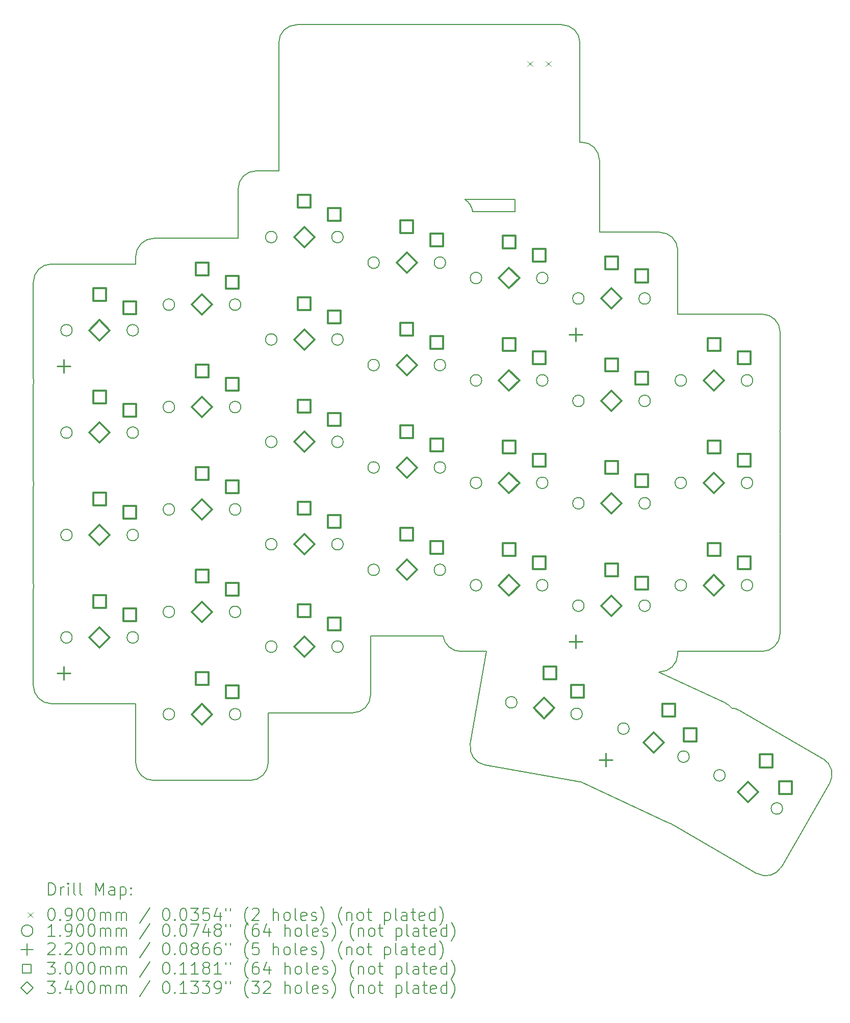
<source format=gbr>
%TF.GenerationSoftware,KiCad,Pcbnew,8.0.8+1*%
%TF.CreationDate,2025-08-10T15:44:02+00:00*%
%TF.ProjectId,left_pcb,6c656674-5f70-4636-922e-6b696361645f,v0.2*%
%TF.SameCoordinates,Original*%
%TF.FileFunction,Drillmap*%
%TF.FilePolarity,Positive*%
%FSLAX45Y45*%
G04 Gerber Fmt 4.5, Leading zero omitted, Abs format (unit mm)*
G04 Created by KiCad (PCBNEW 8.0.8+1) date 2025-08-10 15:44:02*
%MOMM*%
%LPD*%
G01*
G04 APERTURE LIST*
%ADD10C,0.150000*%
%ADD11C,0.200000*%
%ADD12C,0.100000*%
%ADD13C,0.190000*%
%ADD14C,0.220000*%
%ADD15C,0.300000*%
%ADD16C,0.340000*%
G04 APERTURE END LIST*
D10*
X6300000Y-15375000D02*
X6300000Y-14553000D01*
X2700000Y-14400000D02*
X4100000Y-14400000D01*
X14795804Y-11583000D02*
G75*
G02*
X14800001Y-11633000I-295764J-50000D01*
G01*
X9500000Y-13533000D02*
G75*
G02*
X9203394Y-13278000I0J300000D01*
G01*
X13100000Y-13573000D02*
G75*
G02*
X12800000Y-13873000I-300000J0D01*
G01*
X13100000Y-13573000D02*
X13100000Y-13533000D01*
X9926778Y-13533000D02*
X9655793Y-15069833D01*
X13026510Y-16417645D02*
G75*
G02*
X12993850Y-16395819I150030J259855D01*
G01*
X12800000Y-6573000D02*
X11800000Y-6573000D01*
X13100000Y-7933000D02*
X13100000Y-6873000D01*
X14821958Y-17107837D02*
X15621958Y-15722197D01*
X6475000Y-5553000D02*
X6100000Y-5553000D01*
X2404196Y-12450000D02*
G75*
G02*
X2399999Y-12400000I295764J50000D01*
G01*
X4100000Y-6975000D02*
G75*
G02*
X4400000Y-6675000I300000J0D01*
G01*
X4100000Y-7100000D02*
X2700000Y-7100000D01*
X14821958Y-17107837D02*
G75*
G02*
X14412150Y-17217647I-259808J149997D01*
G01*
X10400000Y-6233000D02*
X9696606Y-6233000D01*
X4400000Y-15675000D02*
G75*
G02*
X4100000Y-15375000I0J300000D01*
G01*
X11800000Y-6573000D02*
X11800000Y-5377000D01*
X4100000Y-6975000D02*
X4100000Y-7100000D01*
X12783205Y-13873000D02*
X12800000Y-13873000D01*
X11175000Y-3127000D02*
G75*
G02*
X11475000Y-3427000I0J-300000D01*
G01*
X2400000Y-10800000D02*
G75*
G02*
X2404196Y-10750000I300020J0D01*
G01*
X6300000Y-15375000D02*
G75*
G02*
X6000000Y-15675000I-300000J0D01*
G01*
X4100000Y-14400000D02*
X4100000Y-15375000D01*
X2400000Y-9100000D02*
G75*
G02*
X2404196Y-9050000I300020J0D01*
G01*
X14800000Y-13233000D02*
X14800000Y-11633000D01*
X11507146Y-15705395D02*
G75*
G02*
X11491809Y-15697702I126574J271465D01*
G01*
X14800000Y-11533000D02*
X14800000Y-9933000D01*
X2404196Y-9050000D02*
G75*
G02*
X2399999Y-9000000I295764J50000D01*
G01*
X14800000Y-11533000D02*
G75*
G02*
X14795804Y-11583000I-300020J0D01*
G01*
X8000000Y-14253000D02*
G75*
G02*
X7700000Y-14553000I-300000J0D01*
G01*
X2400000Y-12500000D02*
G75*
G02*
X2404196Y-12450000I300020J0D01*
G01*
X6300000Y-14553000D02*
X7700000Y-14553000D01*
X2400000Y-7400000D02*
G75*
G02*
X2700000Y-7100000I300000J0D01*
G01*
X11475000Y-5077000D02*
X11475000Y-3427000D01*
X14800000Y-9833000D02*
G75*
G02*
X14795804Y-9883000I-300020J0D01*
G01*
X15512151Y-15312389D02*
X14126510Y-14512389D01*
X6475000Y-3427000D02*
G75*
G02*
X6775000Y-3127000I300000J0D01*
G01*
X4400000Y-15675000D02*
X6000000Y-15675000D01*
X2404196Y-10750000D02*
G75*
G02*
X2399999Y-10700000I295764J50000D01*
G01*
X11507146Y-15705395D02*
X12957239Y-16381585D01*
X14500000Y-7933000D02*
G75*
G02*
X14800000Y-8233000I0J-300000D01*
G01*
X2400000Y-12500000D02*
X2400000Y-14100000D01*
X2700000Y-14400000D02*
G75*
G02*
X2400000Y-14100000I0J300000D01*
G01*
X11500000Y-5077000D02*
X11475000Y-5077000D01*
X11175000Y-3127000D02*
X6775000Y-3127000D01*
X2400000Y-7400000D02*
X2400000Y-9000000D01*
X9564314Y-6027000D02*
X10400000Y-6027000D01*
X14500000Y-7933000D02*
X13100000Y-7933000D01*
X5800000Y-5853000D02*
X5800000Y-6675000D01*
X13100000Y-13533000D02*
X14500000Y-13533000D01*
X14800000Y-9833000D02*
X14800000Y-8233000D01*
X12993850Y-16395819D02*
G75*
G02*
X12957239Y-16381585I90210J286229D01*
G01*
X12800000Y-6573000D02*
G75*
G02*
X13100000Y-6873000I0J-300000D01*
G01*
X8000000Y-13278000D02*
X9203394Y-13278000D01*
X10400000Y-6027000D02*
X10400000Y-6233000D01*
X9899141Y-15417370D02*
X11474833Y-15695207D01*
X11500000Y-5077000D02*
G75*
G02*
X11800000Y-5377000I0J-300000D01*
G01*
X5800000Y-5853000D02*
G75*
G02*
X6100000Y-5553000I300000J0D01*
G01*
X13886999Y-14387707D02*
G75*
G02*
X13994931Y-14472762I-126799J-271913D01*
G01*
X14800000Y-13233000D02*
G75*
G02*
X14500000Y-13533000I-300000J0D01*
G01*
X9564314Y-6027000D02*
G75*
G02*
X9696606Y-6233000I-164314J-251000D01*
G01*
X14795804Y-9883000D02*
G75*
G02*
X14800001Y-9933000I-295764J-50000D01*
G01*
X5800000Y-6675000D02*
X4400000Y-6675000D01*
X8000000Y-14253000D02*
X8000000Y-13278000D01*
X13886999Y-14387707D02*
X12783205Y-13873000D01*
X2400000Y-9100000D02*
X2400000Y-10700000D01*
X11491809Y-15697702D02*
G75*
G02*
X11474833Y-15695207I35101J297802D01*
G01*
X9899141Y-15417370D02*
G75*
G02*
X9655796Y-15069834I52109J295450D01*
G01*
X2400000Y-10800000D02*
X2400000Y-12400000D01*
X13026510Y-16417645D02*
X14412151Y-17217645D01*
X15512151Y-15312389D02*
G75*
G02*
X15621965Y-15722201I-149991J-259811D01*
G01*
X6475000Y-3427000D02*
X6475000Y-5553000D01*
X9500000Y-13533000D02*
X9926778Y-13533000D01*
X13994930Y-14472763D02*
G75*
G02*
X14126510Y-14512390I-18420J-299427D01*
G01*
D11*
D12*
X10605000Y-3729500D02*
X10695000Y-3819500D01*
X10695000Y-3729500D02*
X10605000Y-3819500D01*
X10905000Y-3729500D02*
X10995000Y-3819500D01*
X10995000Y-3729500D02*
X10905000Y-3819500D01*
D13*
X3045000Y-8200000D02*
G75*
G02*
X2855000Y-8200000I-95000J0D01*
G01*
X2855000Y-8200000D02*
G75*
G02*
X3045000Y-8200000I95000J0D01*
G01*
X3045000Y-9900000D02*
G75*
G02*
X2855000Y-9900000I-95000J0D01*
G01*
X2855000Y-9900000D02*
G75*
G02*
X3045000Y-9900000I95000J0D01*
G01*
X3045000Y-11600000D02*
G75*
G02*
X2855000Y-11600000I-95000J0D01*
G01*
X2855000Y-11600000D02*
G75*
G02*
X3045000Y-11600000I95000J0D01*
G01*
X3045000Y-13300000D02*
G75*
G02*
X2855000Y-13300000I-95000J0D01*
G01*
X2855000Y-13300000D02*
G75*
G02*
X3045000Y-13300000I95000J0D01*
G01*
X4145000Y-8200000D02*
G75*
G02*
X3955000Y-8200000I-95000J0D01*
G01*
X3955000Y-8200000D02*
G75*
G02*
X4145000Y-8200000I95000J0D01*
G01*
X4145000Y-9900000D02*
G75*
G02*
X3955000Y-9900000I-95000J0D01*
G01*
X3955000Y-9900000D02*
G75*
G02*
X4145000Y-9900000I95000J0D01*
G01*
X4145000Y-11600000D02*
G75*
G02*
X3955000Y-11600000I-95000J0D01*
G01*
X3955000Y-11600000D02*
G75*
G02*
X4145000Y-11600000I95000J0D01*
G01*
X4145000Y-13300000D02*
G75*
G02*
X3955000Y-13300000I-95000J0D01*
G01*
X3955000Y-13300000D02*
G75*
G02*
X4145000Y-13300000I95000J0D01*
G01*
X4745000Y-7775000D02*
G75*
G02*
X4555000Y-7775000I-95000J0D01*
G01*
X4555000Y-7775000D02*
G75*
G02*
X4745000Y-7775000I95000J0D01*
G01*
X4745000Y-9475000D02*
G75*
G02*
X4555000Y-9475000I-95000J0D01*
G01*
X4555000Y-9475000D02*
G75*
G02*
X4745000Y-9475000I95000J0D01*
G01*
X4745000Y-11175000D02*
G75*
G02*
X4555000Y-11175000I-95000J0D01*
G01*
X4555000Y-11175000D02*
G75*
G02*
X4745000Y-11175000I95000J0D01*
G01*
X4745000Y-12875000D02*
G75*
G02*
X4555000Y-12875000I-95000J0D01*
G01*
X4555000Y-12875000D02*
G75*
G02*
X4745000Y-12875000I95000J0D01*
G01*
X4745000Y-14575000D02*
G75*
G02*
X4555000Y-14575000I-95000J0D01*
G01*
X4555000Y-14575000D02*
G75*
G02*
X4745000Y-14575000I95000J0D01*
G01*
X5845000Y-7775000D02*
G75*
G02*
X5655000Y-7775000I-95000J0D01*
G01*
X5655000Y-7775000D02*
G75*
G02*
X5845000Y-7775000I95000J0D01*
G01*
X5845000Y-9475000D02*
G75*
G02*
X5655000Y-9475000I-95000J0D01*
G01*
X5655000Y-9475000D02*
G75*
G02*
X5845000Y-9475000I95000J0D01*
G01*
X5845000Y-11175000D02*
G75*
G02*
X5655000Y-11175000I-95000J0D01*
G01*
X5655000Y-11175000D02*
G75*
G02*
X5845000Y-11175000I95000J0D01*
G01*
X5845000Y-12875000D02*
G75*
G02*
X5655000Y-12875000I-95000J0D01*
G01*
X5655000Y-12875000D02*
G75*
G02*
X5845000Y-12875000I95000J0D01*
G01*
X5845000Y-14575000D02*
G75*
G02*
X5655000Y-14575000I-95000J0D01*
G01*
X5655000Y-14575000D02*
G75*
G02*
X5845000Y-14575000I95000J0D01*
G01*
X6445000Y-6653000D02*
G75*
G02*
X6255000Y-6653000I-95000J0D01*
G01*
X6255000Y-6653000D02*
G75*
G02*
X6445000Y-6653000I95000J0D01*
G01*
X6445000Y-8353000D02*
G75*
G02*
X6255000Y-8353000I-95000J0D01*
G01*
X6255000Y-8353000D02*
G75*
G02*
X6445000Y-8353000I95000J0D01*
G01*
X6445000Y-10053000D02*
G75*
G02*
X6255000Y-10053000I-95000J0D01*
G01*
X6255000Y-10053000D02*
G75*
G02*
X6445000Y-10053000I95000J0D01*
G01*
X6445000Y-11753000D02*
G75*
G02*
X6255000Y-11753000I-95000J0D01*
G01*
X6255000Y-11753000D02*
G75*
G02*
X6445000Y-11753000I95000J0D01*
G01*
X6445000Y-13453000D02*
G75*
G02*
X6255000Y-13453000I-95000J0D01*
G01*
X6255000Y-13453000D02*
G75*
G02*
X6445000Y-13453000I95000J0D01*
G01*
X7545000Y-6653000D02*
G75*
G02*
X7355000Y-6653000I-95000J0D01*
G01*
X7355000Y-6653000D02*
G75*
G02*
X7545000Y-6653000I95000J0D01*
G01*
X7545000Y-8353000D02*
G75*
G02*
X7355000Y-8353000I-95000J0D01*
G01*
X7355000Y-8353000D02*
G75*
G02*
X7545000Y-8353000I95000J0D01*
G01*
X7545000Y-10053000D02*
G75*
G02*
X7355000Y-10053000I-95000J0D01*
G01*
X7355000Y-10053000D02*
G75*
G02*
X7545000Y-10053000I95000J0D01*
G01*
X7545000Y-11753000D02*
G75*
G02*
X7355000Y-11753000I-95000J0D01*
G01*
X7355000Y-11753000D02*
G75*
G02*
X7545000Y-11753000I95000J0D01*
G01*
X7545000Y-13453000D02*
G75*
G02*
X7355000Y-13453000I-95000J0D01*
G01*
X7355000Y-13453000D02*
G75*
G02*
X7545000Y-13453000I95000J0D01*
G01*
X8145000Y-7078000D02*
G75*
G02*
X7955000Y-7078000I-95000J0D01*
G01*
X7955000Y-7078000D02*
G75*
G02*
X8145000Y-7078000I95000J0D01*
G01*
X8145000Y-8778000D02*
G75*
G02*
X7955000Y-8778000I-95000J0D01*
G01*
X7955000Y-8778000D02*
G75*
G02*
X8145000Y-8778000I95000J0D01*
G01*
X8145000Y-10478000D02*
G75*
G02*
X7955000Y-10478000I-95000J0D01*
G01*
X7955000Y-10478000D02*
G75*
G02*
X8145000Y-10478000I95000J0D01*
G01*
X8145000Y-12178000D02*
G75*
G02*
X7955000Y-12178000I-95000J0D01*
G01*
X7955000Y-12178000D02*
G75*
G02*
X8145000Y-12178000I95000J0D01*
G01*
X9245000Y-7078000D02*
G75*
G02*
X9055000Y-7078000I-95000J0D01*
G01*
X9055000Y-7078000D02*
G75*
G02*
X9245000Y-7078000I95000J0D01*
G01*
X9245000Y-8778000D02*
G75*
G02*
X9055000Y-8778000I-95000J0D01*
G01*
X9055000Y-8778000D02*
G75*
G02*
X9245000Y-8778000I95000J0D01*
G01*
X9245000Y-10478000D02*
G75*
G02*
X9055000Y-10478000I-95000J0D01*
G01*
X9055000Y-10478000D02*
G75*
G02*
X9245000Y-10478000I95000J0D01*
G01*
X9245000Y-12178000D02*
G75*
G02*
X9055000Y-12178000I-95000J0D01*
G01*
X9055000Y-12178000D02*
G75*
G02*
X9245000Y-12178000I95000J0D01*
G01*
X9845000Y-7333000D02*
G75*
G02*
X9655000Y-7333000I-95000J0D01*
G01*
X9655000Y-7333000D02*
G75*
G02*
X9845000Y-7333000I95000J0D01*
G01*
X9845000Y-9033000D02*
G75*
G02*
X9655000Y-9033000I-95000J0D01*
G01*
X9655000Y-9033000D02*
G75*
G02*
X9845000Y-9033000I95000J0D01*
G01*
X9845000Y-10733000D02*
G75*
G02*
X9655000Y-10733000I-95000J0D01*
G01*
X9655000Y-10733000D02*
G75*
G02*
X9845000Y-10733000I95000J0D01*
G01*
X9845000Y-12433000D02*
G75*
G02*
X9655000Y-12433000I-95000J0D01*
G01*
X9655000Y-12433000D02*
G75*
G02*
X9845000Y-12433000I95000J0D01*
G01*
X10431356Y-14377493D02*
G75*
G02*
X10241356Y-14377493I-95000J0D01*
G01*
X10241356Y-14377493D02*
G75*
G02*
X10431356Y-14377493I95000J0D01*
G01*
X10945000Y-7333000D02*
G75*
G02*
X10755000Y-7333000I-95000J0D01*
G01*
X10755000Y-7333000D02*
G75*
G02*
X10945000Y-7333000I95000J0D01*
G01*
X10945000Y-9033000D02*
G75*
G02*
X10755000Y-9033000I-95000J0D01*
G01*
X10755000Y-9033000D02*
G75*
G02*
X10945000Y-9033000I95000J0D01*
G01*
X10945000Y-10733000D02*
G75*
G02*
X10755000Y-10733000I-95000J0D01*
G01*
X10755000Y-10733000D02*
G75*
G02*
X10945000Y-10733000I95000J0D01*
G01*
X10945000Y-12433000D02*
G75*
G02*
X10755000Y-12433000I-95000J0D01*
G01*
X10755000Y-12433000D02*
G75*
G02*
X10945000Y-12433000I95000J0D01*
G01*
X11514644Y-14568506D02*
G75*
G02*
X11324644Y-14568506I-95000J0D01*
G01*
X11324644Y-14568506D02*
G75*
G02*
X11514644Y-14568506I95000J0D01*
G01*
X11545000Y-7673000D02*
G75*
G02*
X11355000Y-7673000I-95000J0D01*
G01*
X11355000Y-7673000D02*
G75*
G02*
X11545000Y-7673000I95000J0D01*
G01*
X11545000Y-9373000D02*
G75*
G02*
X11355000Y-9373000I-95000J0D01*
G01*
X11355000Y-9373000D02*
G75*
G02*
X11545000Y-9373000I95000J0D01*
G01*
X11545000Y-11073000D02*
G75*
G02*
X11355000Y-11073000I-95000J0D01*
G01*
X11355000Y-11073000D02*
G75*
G02*
X11545000Y-11073000I95000J0D01*
G01*
X11545000Y-12773000D02*
G75*
G02*
X11355000Y-12773000I-95000J0D01*
G01*
X11355000Y-12773000D02*
G75*
G02*
X11545000Y-12773000I95000J0D01*
G01*
X12293603Y-14814111D02*
G75*
G02*
X12103603Y-14814111I-95000J0D01*
G01*
X12103603Y-14814111D02*
G75*
G02*
X12293603Y-14814111I95000J0D01*
G01*
X12645000Y-7673000D02*
G75*
G02*
X12455000Y-7673000I-95000J0D01*
G01*
X12455000Y-7673000D02*
G75*
G02*
X12645000Y-7673000I95000J0D01*
G01*
X12645000Y-9373000D02*
G75*
G02*
X12455000Y-9373000I-95000J0D01*
G01*
X12455000Y-9373000D02*
G75*
G02*
X12645000Y-9373000I95000J0D01*
G01*
X12645000Y-11073000D02*
G75*
G02*
X12455000Y-11073000I-95000J0D01*
G01*
X12455000Y-11073000D02*
G75*
G02*
X12645000Y-11073000I95000J0D01*
G01*
X12645000Y-12773000D02*
G75*
G02*
X12455000Y-12773000I-95000J0D01*
G01*
X12455000Y-12773000D02*
G75*
G02*
X12645000Y-12773000I95000J0D01*
G01*
X13245000Y-9033000D02*
G75*
G02*
X13055000Y-9033000I-95000J0D01*
G01*
X13055000Y-9033000D02*
G75*
G02*
X13245000Y-9033000I95000J0D01*
G01*
X13245000Y-10733000D02*
G75*
G02*
X13055000Y-10733000I-95000J0D01*
G01*
X13055000Y-10733000D02*
G75*
G02*
X13245000Y-10733000I95000J0D01*
G01*
X13245000Y-12433000D02*
G75*
G02*
X13055000Y-12433000I-95000J0D01*
G01*
X13055000Y-12433000D02*
G75*
G02*
X13245000Y-12433000I95000J0D01*
G01*
X13290542Y-15278991D02*
G75*
G02*
X13100542Y-15278991I-95000J0D01*
G01*
X13100542Y-15278991D02*
G75*
G02*
X13290542Y-15278991I95000J0D01*
G01*
X13888016Y-15590017D02*
G75*
G02*
X13698016Y-15590017I-95000J0D01*
G01*
X13698016Y-15590017D02*
G75*
G02*
X13888016Y-15590017I95000J0D01*
G01*
X14345000Y-9033000D02*
G75*
G02*
X14155000Y-9033000I-95000J0D01*
G01*
X14155000Y-9033000D02*
G75*
G02*
X14345000Y-9033000I95000J0D01*
G01*
X14345000Y-10733000D02*
G75*
G02*
X14155000Y-10733000I-95000J0D01*
G01*
X14155000Y-10733000D02*
G75*
G02*
X14345000Y-10733000I95000J0D01*
G01*
X14345000Y-12433000D02*
G75*
G02*
X14155000Y-12433000I-95000J0D01*
G01*
X14155000Y-12433000D02*
G75*
G02*
X14345000Y-12433000I95000J0D01*
G01*
X14840644Y-16140017D02*
G75*
G02*
X14650644Y-16140017I-95000J0D01*
G01*
X14650644Y-16140017D02*
G75*
G02*
X14840644Y-16140017I95000J0D01*
G01*
D14*
X2905000Y-8685000D02*
X2905000Y-8905000D01*
X2795000Y-8795000D02*
X3015000Y-8795000D01*
X2905000Y-13785000D02*
X2905000Y-14005000D01*
X2795000Y-13895000D02*
X3015000Y-13895000D01*
X11405000Y-8158000D02*
X11405000Y-8378000D01*
X11295000Y-8268000D02*
X11515000Y-8268000D01*
X11405000Y-13258000D02*
X11405000Y-13478000D01*
X11295000Y-13368000D02*
X11515000Y-13368000D01*
X11906362Y-15224347D02*
X11906362Y-15444347D01*
X11796362Y-15334347D02*
X12016362Y-15334347D01*
D15*
X3606067Y-7711067D02*
X3606067Y-7498933D01*
X3393933Y-7498933D01*
X3393933Y-7711067D01*
X3606067Y-7711067D01*
X3606067Y-9411067D02*
X3606067Y-9198933D01*
X3393933Y-9198933D01*
X3393933Y-9411067D01*
X3606067Y-9411067D01*
X3606067Y-11111067D02*
X3606067Y-10898933D01*
X3393933Y-10898933D01*
X3393933Y-11111067D01*
X3606067Y-11111067D01*
X3606067Y-12811067D02*
X3606067Y-12598933D01*
X3393933Y-12598933D01*
X3393933Y-12811067D01*
X3606067Y-12811067D01*
X4106067Y-7931067D02*
X4106067Y-7718933D01*
X3893933Y-7718933D01*
X3893933Y-7931067D01*
X4106067Y-7931067D01*
X4106067Y-9631067D02*
X4106067Y-9418933D01*
X3893933Y-9418933D01*
X3893933Y-9631067D01*
X4106067Y-9631067D01*
X4106067Y-11331067D02*
X4106067Y-11118933D01*
X3893933Y-11118933D01*
X3893933Y-11331067D01*
X4106067Y-11331067D01*
X4106067Y-13031067D02*
X4106067Y-12818933D01*
X3893933Y-12818933D01*
X3893933Y-13031067D01*
X4106067Y-13031067D01*
X5306067Y-7286067D02*
X5306067Y-7073933D01*
X5093933Y-7073933D01*
X5093933Y-7286067D01*
X5306067Y-7286067D01*
X5306067Y-8986067D02*
X5306067Y-8773933D01*
X5093933Y-8773933D01*
X5093933Y-8986067D01*
X5306067Y-8986067D01*
X5306067Y-10686067D02*
X5306067Y-10473933D01*
X5093933Y-10473933D01*
X5093933Y-10686067D01*
X5306067Y-10686067D01*
X5306067Y-12386067D02*
X5306067Y-12173933D01*
X5093933Y-12173933D01*
X5093933Y-12386067D01*
X5306067Y-12386067D01*
X5306067Y-14086067D02*
X5306067Y-13873933D01*
X5093933Y-13873933D01*
X5093933Y-14086067D01*
X5306067Y-14086067D01*
X5806067Y-7506067D02*
X5806067Y-7293933D01*
X5593933Y-7293933D01*
X5593933Y-7506067D01*
X5806067Y-7506067D01*
X5806067Y-9206067D02*
X5806067Y-8993933D01*
X5593933Y-8993933D01*
X5593933Y-9206067D01*
X5806067Y-9206067D01*
X5806067Y-10906067D02*
X5806067Y-10693933D01*
X5593933Y-10693933D01*
X5593933Y-10906067D01*
X5806067Y-10906067D01*
X5806067Y-12606067D02*
X5806067Y-12393933D01*
X5593933Y-12393933D01*
X5593933Y-12606067D01*
X5806067Y-12606067D01*
X5806067Y-14306067D02*
X5806067Y-14093933D01*
X5593933Y-14093933D01*
X5593933Y-14306067D01*
X5806067Y-14306067D01*
X7006067Y-6164067D02*
X7006067Y-5951933D01*
X6793933Y-5951933D01*
X6793933Y-6164067D01*
X7006067Y-6164067D01*
X7006067Y-7864067D02*
X7006067Y-7651933D01*
X6793933Y-7651933D01*
X6793933Y-7864067D01*
X7006067Y-7864067D01*
X7006067Y-9564067D02*
X7006067Y-9351933D01*
X6793933Y-9351933D01*
X6793933Y-9564067D01*
X7006067Y-9564067D01*
X7006067Y-11264067D02*
X7006067Y-11051933D01*
X6793933Y-11051933D01*
X6793933Y-11264067D01*
X7006067Y-11264067D01*
X7006067Y-12964067D02*
X7006067Y-12751933D01*
X6793933Y-12751933D01*
X6793933Y-12964067D01*
X7006067Y-12964067D01*
X7506067Y-6384067D02*
X7506067Y-6171933D01*
X7293933Y-6171933D01*
X7293933Y-6384067D01*
X7506067Y-6384067D01*
X7506067Y-8084067D02*
X7506067Y-7871933D01*
X7293933Y-7871933D01*
X7293933Y-8084067D01*
X7506067Y-8084067D01*
X7506067Y-9784067D02*
X7506067Y-9571933D01*
X7293933Y-9571933D01*
X7293933Y-9784067D01*
X7506067Y-9784067D01*
X7506067Y-11484067D02*
X7506067Y-11271933D01*
X7293933Y-11271933D01*
X7293933Y-11484067D01*
X7506067Y-11484067D01*
X7506067Y-13184067D02*
X7506067Y-12971933D01*
X7293933Y-12971933D01*
X7293933Y-13184067D01*
X7506067Y-13184067D01*
X8706067Y-6589067D02*
X8706067Y-6376933D01*
X8493933Y-6376933D01*
X8493933Y-6589067D01*
X8706067Y-6589067D01*
X8706067Y-8289067D02*
X8706067Y-8076933D01*
X8493933Y-8076933D01*
X8493933Y-8289067D01*
X8706067Y-8289067D01*
X8706067Y-9989067D02*
X8706067Y-9776933D01*
X8493933Y-9776933D01*
X8493933Y-9989067D01*
X8706067Y-9989067D01*
X8706067Y-11689067D02*
X8706067Y-11476933D01*
X8493933Y-11476933D01*
X8493933Y-11689067D01*
X8706067Y-11689067D01*
X9206067Y-6809067D02*
X9206067Y-6596933D01*
X8993933Y-6596933D01*
X8993933Y-6809067D01*
X9206067Y-6809067D01*
X9206067Y-8509067D02*
X9206067Y-8296933D01*
X8993933Y-8296933D01*
X8993933Y-8509067D01*
X9206067Y-8509067D01*
X9206067Y-10209067D02*
X9206067Y-9996933D01*
X8993933Y-9996933D01*
X8993933Y-10209067D01*
X9206067Y-10209067D01*
X9206067Y-11909067D02*
X9206067Y-11696933D01*
X8993933Y-11696933D01*
X8993933Y-11909067D01*
X9206067Y-11909067D01*
X10406067Y-6844067D02*
X10406067Y-6631933D01*
X10193933Y-6631933D01*
X10193933Y-6844067D01*
X10406067Y-6844067D01*
X10406067Y-8544067D02*
X10406067Y-8331933D01*
X10193933Y-8331933D01*
X10193933Y-8544067D01*
X10406067Y-8544067D01*
X10406067Y-10244067D02*
X10406067Y-10031933D01*
X10193933Y-10031933D01*
X10193933Y-10244067D01*
X10406067Y-10244067D01*
X10406067Y-11944067D02*
X10406067Y-11731933D01*
X10193933Y-11731933D01*
X10193933Y-11944067D01*
X10406067Y-11944067D01*
X10906067Y-7064067D02*
X10906067Y-6851933D01*
X10693933Y-6851933D01*
X10693933Y-7064067D01*
X10906067Y-7064067D01*
X10906067Y-8764067D02*
X10906067Y-8551933D01*
X10693933Y-8551933D01*
X10693933Y-8764067D01*
X10906067Y-8764067D01*
X10906067Y-10464067D02*
X10906067Y-10251933D01*
X10693933Y-10251933D01*
X10693933Y-10464067D01*
X10906067Y-10464067D01*
X10906067Y-12164067D02*
X10906067Y-11951933D01*
X10693933Y-11951933D01*
X10693933Y-12164067D01*
X10906067Y-12164067D01*
X11087388Y-13993106D02*
X11087388Y-13780972D01*
X10875254Y-13780972D01*
X10875254Y-13993106D01*
X11087388Y-13993106D01*
X11541589Y-14296588D02*
X11541589Y-14084454D01*
X11329455Y-14084454D01*
X11329455Y-14296588D01*
X11541589Y-14296588D01*
X12106067Y-7184067D02*
X12106067Y-6971933D01*
X11893933Y-6971933D01*
X11893933Y-7184067D01*
X12106067Y-7184067D01*
X12106067Y-8884067D02*
X12106067Y-8671933D01*
X11893933Y-8671933D01*
X11893933Y-8884067D01*
X12106067Y-8884067D01*
X12106067Y-10584067D02*
X12106067Y-10371933D01*
X11893933Y-10371933D01*
X11893933Y-10584067D01*
X12106067Y-10584067D01*
X12106067Y-12284067D02*
X12106067Y-12071933D01*
X11893933Y-12071933D01*
X11893933Y-12284067D01*
X12106067Y-12284067D01*
X12606067Y-7404067D02*
X12606067Y-7191933D01*
X12393933Y-7191933D01*
X12393933Y-7404067D01*
X12606067Y-7404067D01*
X12606067Y-9104067D02*
X12606067Y-8891933D01*
X12393933Y-8891933D01*
X12393933Y-9104067D01*
X12606067Y-9104067D01*
X12606067Y-10804067D02*
X12606067Y-10591933D01*
X12393933Y-10591933D01*
X12393933Y-10804067D01*
X12606067Y-10804067D01*
X12606067Y-12504067D02*
X12606067Y-12291933D01*
X12393933Y-12291933D01*
X12393933Y-12504067D01*
X12606067Y-12504067D01*
X13054598Y-14613365D02*
X13054598Y-14401231D01*
X12842464Y-14401231D01*
X12842464Y-14613365D01*
X13054598Y-14613365D01*
X13414775Y-15024062D02*
X13414775Y-14811928D01*
X13202641Y-14811928D01*
X13202641Y-15024062D01*
X13414775Y-15024062D01*
X13806067Y-8544067D02*
X13806067Y-8331933D01*
X13593933Y-8331933D01*
X13593933Y-8544067D01*
X13806067Y-8544067D01*
X13806067Y-10244067D02*
X13806067Y-10031933D01*
X13593933Y-10031933D01*
X13593933Y-10244067D01*
X13806067Y-10244067D01*
X13806067Y-11944067D02*
X13806067Y-11731933D01*
X13593933Y-11731933D01*
X13593933Y-11944067D01*
X13806067Y-11944067D01*
X14306067Y-8764067D02*
X14306067Y-8551933D01*
X14093933Y-8551933D01*
X14093933Y-8764067D01*
X14306067Y-8764067D01*
X14306067Y-10464067D02*
X14306067Y-10251933D01*
X14093933Y-10251933D01*
X14093933Y-10464067D01*
X14306067Y-10464067D01*
X14306067Y-12164067D02*
X14306067Y-11951933D01*
X14093933Y-11951933D01*
X14093933Y-12164067D01*
X14306067Y-12164067D01*
X14672897Y-15455799D02*
X14672897Y-15243665D01*
X14460763Y-15243665D01*
X14460763Y-15455799D01*
X14672897Y-15455799D01*
X14995910Y-15896324D02*
X14995910Y-15684190D01*
X14783776Y-15684190D01*
X14783776Y-15896324D01*
X14995910Y-15896324D01*
D16*
X3500000Y-8370000D02*
X3670000Y-8200000D01*
X3500000Y-8030000D01*
X3330000Y-8200000D01*
X3500000Y-8370000D01*
X3500000Y-10070000D02*
X3670000Y-9900000D01*
X3500000Y-9730000D01*
X3330000Y-9900000D01*
X3500000Y-10070000D01*
X3500000Y-11770000D02*
X3670000Y-11600000D01*
X3500000Y-11430000D01*
X3330000Y-11600000D01*
X3500000Y-11770000D01*
X3500000Y-13470000D02*
X3670000Y-13300000D01*
X3500000Y-13130000D01*
X3330000Y-13300000D01*
X3500000Y-13470000D01*
X5200000Y-7945000D02*
X5370000Y-7775000D01*
X5200000Y-7605000D01*
X5030000Y-7775000D01*
X5200000Y-7945000D01*
X5200000Y-9645000D02*
X5370000Y-9475000D01*
X5200000Y-9305000D01*
X5030000Y-9475000D01*
X5200000Y-9645000D01*
X5200000Y-11345000D02*
X5370000Y-11175000D01*
X5200000Y-11005000D01*
X5030000Y-11175000D01*
X5200000Y-11345000D01*
X5200000Y-13045000D02*
X5370000Y-12875000D01*
X5200000Y-12705000D01*
X5030000Y-12875000D01*
X5200000Y-13045000D01*
X5200000Y-14745000D02*
X5370000Y-14575000D01*
X5200000Y-14405000D01*
X5030000Y-14575000D01*
X5200000Y-14745000D01*
X6900000Y-6823000D02*
X7070000Y-6653000D01*
X6900000Y-6483000D01*
X6730000Y-6653000D01*
X6900000Y-6823000D01*
X6900000Y-8523000D02*
X7070000Y-8353000D01*
X6900000Y-8183000D01*
X6730000Y-8353000D01*
X6900000Y-8523000D01*
X6900000Y-10223000D02*
X7070000Y-10053000D01*
X6900000Y-9883000D01*
X6730000Y-10053000D01*
X6900000Y-10223000D01*
X6900000Y-11923000D02*
X7070000Y-11753000D01*
X6900000Y-11583000D01*
X6730000Y-11753000D01*
X6900000Y-11923000D01*
X6900000Y-13623000D02*
X7070000Y-13453000D01*
X6900000Y-13283000D01*
X6730000Y-13453000D01*
X6900000Y-13623000D01*
X8600000Y-7248000D02*
X8770000Y-7078000D01*
X8600000Y-6908000D01*
X8430000Y-7078000D01*
X8600000Y-7248000D01*
X8600000Y-8948000D02*
X8770000Y-8778000D01*
X8600000Y-8608000D01*
X8430000Y-8778000D01*
X8600000Y-8948000D01*
X8600000Y-10648000D02*
X8770000Y-10478000D01*
X8600000Y-10308000D01*
X8430000Y-10478000D01*
X8600000Y-10648000D01*
X8600000Y-12348000D02*
X8770000Y-12178000D01*
X8600000Y-12008000D01*
X8430000Y-12178000D01*
X8600000Y-12348000D01*
X10300000Y-7503000D02*
X10470000Y-7333000D01*
X10300000Y-7163000D01*
X10130000Y-7333000D01*
X10300000Y-7503000D01*
X10300000Y-9203000D02*
X10470000Y-9033000D01*
X10300000Y-8863000D01*
X10130000Y-9033000D01*
X10300000Y-9203000D01*
X10300000Y-10903000D02*
X10470000Y-10733000D01*
X10300000Y-10563000D01*
X10130000Y-10733000D01*
X10300000Y-10903000D01*
X10300000Y-12603000D02*
X10470000Y-12433000D01*
X10300000Y-12263000D01*
X10130000Y-12433000D01*
X10300000Y-12603000D01*
X10878000Y-14643000D02*
X11048000Y-14473000D01*
X10878000Y-14303000D01*
X10708000Y-14473000D01*
X10878000Y-14643000D01*
X12000000Y-7843000D02*
X12170000Y-7673000D01*
X12000000Y-7503000D01*
X11830000Y-7673000D01*
X12000000Y-7843000D01*
X12000000Y-9543000D02*
X12170000Y-9373000D01*
X12000000Y-9203000D01*
X11830000Y-9373000D01*
X12000000Y-9543000D01*
X12000000Y-11243000D02*
X12170000Y-11073000D01*
X12000000Y-10903000D01*
X11830000Y-11073000D01*
X12000000Y-11243000D01*
X12000000Y-12943000D02*
X12170000Y-12773000D01*
X12000000Y-12603000D01*
X11830000Y-12773000D01*
X12000000Y-12943000D01*
X12697073Y-15216551D02*
X12867073Y-15046551D01*
X12697073Y-14876551D01*
X12527073Y-15046551D01*
X12697073Y-15216551D01*
X13700000Y-9203000D02*
X13870000Y-9033000D01*
X13700000Y-8863000D01*
X13530000Y-9033000D01*
X13700000Y-9203000D01*
X13700000Y-10903000D02*
X13870000Y-10733000D01*
X13700000Y-10563000D01*
X13530000Y-10733000D01*
X13700000Y-10903000D01*
X13700000Y-12603000D02*
X13870000Y-12433000D01*
X13700000Y-12263000D01*
X13530000Y-12433000D01*
X13700000Y-12603000D01*
X14269330Y-16035017D02*
X14439330Y-15865017D01*
X14269330Y-15695017D01*
X14099330Y-15865017D01*
X14269330Y-16035017D01*
D11*
X2653277Y-17576823D02*
X2653277Y-17376823D01*
X2653277Y-17376823D02*
X2700896Y-17376823D01*
X2700896Y-17376823D02*
X2729467Y-17386347D01*
X2729467Y-17386347D02*
X2748515Y-17405395D01*
X2748515Y-17405395D02*
X2758039Y-17424442D01*
X2758039Y-17424442D02*
X2767563Y-17462537D01*
X2767563Y-17462537D02*
X2767563Y-17491109D01*
X2767563Y-17491109D02*
X2758039Y-17529204D01*
X2758039Y-17529204D02*
X2748515Y-17548252D01*
X2748515Y-17548252D02*
X2729467Y-17567299D01*
X2729467Y-17567299D02*
X2700896Y-17576823D01*
X2700896Y-17576823D02*
X2653277Y-17576823D01*
X2853277Y-17576823D02*
X2853277Y-17443490D01*
X2853277Y-17481585D02*
X2862801Y-17462537D01*
X2862801Y-17462537D02*
X2872324Y-17453014D01*
X2872324Y-17453014D02*
X2891372Y-17443490D01*
X2891372Y-17443490D02*
X2910420Y-17443490D01*
X2977086Y-17576823D02*
X2977086Y-17443490D01*
X2977086Y-17376823D02*
X2967562Y-17386347D01*
X2967562Y-17386347D02*
X2977086Y-17395871D01*
X2977086Y-17395871D02*
X2986610Y-17386347D01*
X2986610Y-17386347D02*
X2977086Y-17376823D01*
X2977086Y-17376823D02*
X2977086Y-17395871D01*
X3100896Y-17576823D02*
X3081848Y-17567299D01*
X3081848Y-17567299D02*
X3072324Y-17548252D01*
X3072324Y-17548252D02*
X3072324Y-17376823D01*
X3205658Y-17576823D02*
X3186610Y-17567299D01*
X3186610Y-17567299D02*
X3177086Y-17548252D01*
X3177086Y-17548252D02*
X3177086Y-17376823D01*
X3434229Y-17576823D02*
X3434229Y-17376823D01*
X3434229Y-17376823D02*
X3500896Y-17519680D01*
X3500896Y-17519680D02*
X3567562Y-17376823D01*
X3567562Y-17376823D02*
X3567562Y-17576823D01*
X3748515Y-17576823D02*
X3748515Y-17472061D01*
X3748515Y-17472061D02*
X3738991Y-17453014D01*
X3738991Y-17453014D02*
X3719943Y-17443490D01*
X3719943Y-17443490D02*
X3681848Y-17443490D01*
X3681848Y-17443490D02*
X3662801Y-17453014D01*
X3748515Y-17567299D02*
X3729467Y-17576823D01*
X3729467Y-17576823D02*
X3681848Y-17576823D01*
X3681848Y-17576823D02*
X3662801Y-17567299D01*
X3662801Y-17567299D02*
X3653277Y-17548252D01*
X3653277Y-17548252D02*
X3653277Y-17529204D01*
X3653277Y-17529204D02*
X3662801Y-17510156D01*
X3662801Y-17510156D02*
X3681848Y-17500633D01*
X3681848Y-17500633D02*
X3729467Y-17500633D01*
X3729467Y-17500633D02*
X3748515Y-17491109D01*
X3843753Y-17443490D02*
X3843753Y-17643490D01*
X3843753Y-17453014D02*
X3862801Y-17443490D01*
X3862801Y-17443490D02*
X3900896Y-17443490D01*
X3900896Y-17443490D02*
X3919943Y-17453014D01*
X3919943Y-17453014D02*
X3929467Y-17462537D01*
X3929467Y-17462537D02*
X3938991Y-17481585D01*
X3938991Y-17481585D02*
X3938991Y-17538728D01*
X3938991Y-17538728D02*
X3929467Y-17557775D01*
X3929467Y-17557775D02*
X3919943Y-17567299D01*
X3919943Y-17567299D02*
X3900896Y-17576823D01*
X3900896Y-17576823D02*
X3862801Y-17576823D01*
X3862801Y-17576823D02*
X3843753Y-17567299D01*
X4024705Y-17557775D02*
X4034229Y-17567299D01*
X4034229Y-17567299D02*
X4024705Y-17576823D01*
X4024705Y-17576823D02*
X4015182Y-17567299D01*
X4015182Y-17567299D02*
X4024705Y-17557775D01*
X4024705Y-17557775D02*
X4024705Y-17576823D01*
X4024705Y-17453014D02*
X4034229Y-17462537D01*
X4034229Y-17462537D02*
X4024705Y-17472061D01*
X4024705Y-17472061D02*
X4015182Y-17462537D01*
X4015182Y-17462537D02*
X4024705Y-17453014D01*
X4024705Y-17453014D02*
X4024705Y-17472061D01*
D12*
X2302500Y-17860339D02*
X2392500Y-17950339D01*
X2392500Y-17860339D02*
X2302500Y-17950339D01*
D11*
X2691372Y-17796823D02*
X2710420Y-17796823D01*
X2710420Y-17796823D02*
X2729467Y-17806347D01*
X2729467Y-17806347D02*
X2738991Y-17815871D01*
X2738991Y-17815871D02*
X2748515Y-17834918D01*
X2748515Y-17834918D02*
X2758039Y-17873014D01*
X2758039Y-17873014D02*
X2758039Y-17920633D01*
X2758039Y-17920633D02*
X2748515Y-17958728D01*
X2748515Y-17958728D02*
X2738991Y-17977775D01*
X2738991Y-17977775D02*
X2729467Y-17987299D01*
X2729467Y-17987299D02*
X2710420Y-17996823D01*
X2710420Y-17996823D02*
X2691372Y-17996823D01*
X2691372Y-17996823D02*
X2672324Y-17987299D01*
X2672324Y-17987299D02*
X2662801Y-17977775D01*
X2662801Y-17977775D02*
X2653277Y-17958728D01*
X2653277Y-17958728D02*
X2643753Y-17920633D01*
X2643753Y-17920633D02*
X2643753Y-17873014D01*
X2643753Y-17873014D02*
X2653277Y-17834918D01*
X2653277Y-17834918D02*
X2662801Y-17815871D01*
X2662801Y-17815871D02*
X2672324Y-17806347D01*
X2672324Y-17806347D02*
X2691372Y-17796823D01*
X2843753Y-17977775D02*
X2853277Y-17987299D01*
X2853277Y-17987299D02*
X2843753Y-17996823D01*
X2843753Y-17996823D02*
X2834229Y-17987299D01*
X2834229Y-17987299D02*
X2843753Y-17977775D01*
X2843753Y-17977775D02*
X2843753Y-17996823D01*
X2948515Y-17996823D02*
X2986610Y-17996823D01*
X2986610Y-17996823D02*
X3005658Y-17987299D01*
X3005658Y-17987299D02*
X3015182Y-17977775D01*
X3015182Y-17977775D02*
X3034229Y-17949204D01*
X3034229Y-17949204D02*
X3043753Y-17911109D01*
X3043753Y-17911109D02*
X3043753Y-17834918D01*
X3043753Y-17834918D02*
X3034229Y-17815871D01*
X3034229Y-17815871D02*
X3024705Y-17806347D01*
X3024705Y-17806347D02*
X3005658Y-17796823D01*
X3005658Y-17796823D02*
X2967562Y-17796823D01*
X2967562Y-17796823D02*
X2948515Y-17806347D01*
X2948515Y-17806347D02*
X2938991Y-17815871D01*
X2938991Y-17815871D02*
X2929467Y-17834918D01*
X2929467Y-17834918D02*
X2929467Y-17882537D01*
X2929467Y-17882537D02*
X2938991Y-17901585D01*
X2938991Y-17901585D02*
X2948515Y-17911109D01*
X2948515Y-17911109D02*
X2967562Y-17920633D01*
X2967562Y-17920633D02*
X3005658Y-17920633D01*
X3005658Y-17920633D02*
X3024705Y-17911109D01*
X3024705Y-17911109D02*
X3034229Y-17901585D01*
X3034229Y-17901585D02*
X3043753Y-17882537D01*
X3167562Y-17796823D02*
X3186610Y-17796823D01*
X3186610Y-17796823D02*
X3205658Y-17806347D01*
X3205658Y-17806347D02*
X3215182Y-17815871D01*
X3215182Y-17815871D02*
X3224705Y-17834918D01*
X3224705Y-17834918D02*
X3234229Y-17873014D01*
X3234229Y-17873014D02*
X3234229Y-17920633D01*
X3234229Y-17920633D02*
X3224705Y-17958728D01*
X3224705Y-17958728D02*
X3215182Y-17977775D01*
X3215182Y-17977775D02*
X3205658Y-17987299D01*
X3205658Y-17987299D02*
X3186610Y-17996823D01*
X3186610Y-17996823D02*
X3167562Y-17996823D01*
X3167562Y-17996823D02*
X3148515Y-17987299D01*
X3148515Y-17987299D02*
X3138991Y-17977775D01*
X3138991Y-17977775D02*
X3129467Y-17958728D01*
X3129467Y-17958728D02*
X3119943Y-17920633D01*
X3119943Y-17920633D02*
X3119943Y-17873014D01*
X3119943Y-17873014D02*
X3129467Y-17834918D01*
X3129467Y-17834918D02*
X3138991Y-17815871D01*
X3138991Y-17815871D02*
X3148515Y-17806347D01*
X3148515Y-17806347D02*
X3167562Y-17796823D01*
X3358039Y-17796823D02*
X3377086Y-17796823D01*
X3377086Y-17796823D02*
X3396134Y-17806347D01*
X3396134Y-17806347D02*
X3405658Y-17815871D01*
X3405658Y-17815871D02*
X3415182Y-17834918D01*
X3415182Y-17834918D02*
X3424705Y-17873014D01*
X3424705Y-17873014D02*
X3424705Y-17920633D01*
X3424705Y-17920633D02*
X3415182Y-17958728D01*
X3415182Y-17958728D02*
X3405658Y-17977775D01*
X3405658Y-17977775D02*
X3396134Y-17987299D01*
X3396134Y-17987299D02*
X3377086Y-17996823D01*
X3377086Y-17996823D02*
X3358039Y-17996823D01*
X3358039Y-17996823D02*
X3338991Y-17987299D01*
X3338991Y-17987299D02*
X3329467Y-17977775D01*
X3329467Y-17977775D02*
X3319943Y-17958728D01*
X3319943Y-17958728D02*
X3310420Y-17920633D01*
X3310420Y-17920633D02*
X3310420Y-17873014D01*
X3310420Y-17873014D02*
X3319943Y-17834918D01*
X3319943Y-17834918D02*
X3329467Y-17815871D01*
X3329467Y-17815871D02*
X3338991Y-17806347D01*
X3338991Y-17806347D02*
X3358039Y-17796823D01*
X3510420Y-17996823D02*
X3510420Y-17863490D01*
X3510420Y-17882537D02*
X3519943Y-17873014D01*
X3519943Y-17873014D02*
X3538991Y-17863490D01*
X3538991Y-17863490D02*
X3567563Y-17863490D01*
X3567563Y-17863490D02*
X3586610Y-17873014D01*
X3586610Y-17873014D02*
X3596134Y-17892061D01*
X3596134Y-17892061D02*
X3596134Y-17996823D01*
X3596134Y-17892061D02*
X3605658Y-17873014D01*
X3605658Y-17873014D02*
X3624705Y-17863490D01*
X3624705Y-17863490D02*
X3653277Y-17863490D01*
X3653277Y-17863490D02*
X3672324Y-17873014D01*
X3672324Y-17873014D02*
X3681848Y-17892061D01*
X3681848Y-17892061D02*
X3681848Y-17996823D01*
X3777086Y-17996823D02*
X3777086Y-17863490D01*
X3777086Y-17882537D02*
X3786610Y-17873014D01*
X3786610Y-17873014D02*
X3805658Y-17863490D01*
X3805658Y-17863490D02*
X3834229Y-17863490D01*
X3834229Y-17863490D02*
X3853277Y-17873014D01*
X3853277Y-17873014D02*
X3862801Y-17892061D01*
X3862801Y-17892061D02*
X3862801Y-17996823D01*
X3862801Y-17892061D02*
X3872324Y-17873014D01*
X3872324Y-17873014D02*
X3891372Y-17863490D01*
X3891372Y-17863490D02*
X3919943Y-17863490D01*
X3919943Y-17863490D02*
X3938991Y-17873014D01*
X3938991Y-17873014D02*
X3948515Y-17892061D01*
X3948515Y-17892061D02*
X3948515Y-17996823D01*
X4338991Y-17787299D02*
X4167563Y-18044442D01*
X4596134Y-17796823D02*
X4615182Y-17796823D01*
X4615182Y-17796823D02*
X4634229Y-17806347D01*
X4634229Y-17806347D02*
X4643753Y-17815871D01*
X4643753Y-17815871D02*
X4653277Y-17834918D01*
X4653277Y-17834918D02*
X4662801Y-17873014D01*
X4662801Y-17873014D02*
X4662801Y-17920633D01*
X4662801Y-17920633D02*
X4653277Y-17958728D01*
X4653277Y-17958728D02*
X4643753Y-17977775D01*
X4643753Y-17977775D02*
X4634229Y-17987299D01*
X4634229Y-17987299D02*
X4615182Y-17996823D01*
X4615182Y-17996823D02*
X4596134Y-17996823D01*
X4596134Y-17996823D02*
X4577087Y-17987299D01*
X4577087Y-17987299D02*
X4567563Y-17977775D01*
X4567563Y-17977775D02*
X4558039Y-17958728D01*
X4558039Y-17958728D02*
X4548515Y-17920633D01*
X4548515Y-17920633D02*
X4548515Y-17873014D01*
X4548515Y-17873014D02*
X4558039Y-17834918D01*
X4558039Y-17834918D02*
X4567563Y-17815871D01*
X4567563Y-17815871D02*
X4577087Y-17806347D01*
X4577087Y-17806347D02*
X4596134Y-17796823D01*
X4748515Y-17977775D02*
X4758039Y-17987299D01*
X4758039Y-17987299D02*
X4748515Y-17996823D01*
X4748515Y-17996823D02*
X4738991Y-17987299D01*
X4738991Y-17987299D02*
X4748515Y-17977775D01*
X4748515Y-17977775D02*
X4748515Y-17996823D01*
X4881848Y-17796823D02*
X4900896Y-17796823D01*
X4900896Y-17796823D02*
X4919944Y-17806347D01*
X4919944Y-17806347D02*
X4929468Y-17815871D01*
X4929468Y-17815871D02*
X4938991Y-17834918D01*
X4938991Y-17834918D02*
X4948515Y-17873014D01*
X4948515Y-17873014D02*
X4948515Y-17920633D01*
X4948515Y-17920633D02*
X4938991Y-17958728D01*
X4938991Y-17958728D02*
X4929468Y-17977775D01*
X4929468Y-17977775D02*
X4919944Y-17987299D01*
X4919944Y-17987299D02*
X4900896Y-17996823D01*
X4900896Y-17996823D02*
X4881848Y-17996823D01*
X4881848Y-17996823D02*
X4862801Y-17987299D01*
X4862801Y-17987299D02*
X4853277Y-17977775D01*
X4853277Y-17977775D02*
X4843753Y-17958728D01*
X4843753Y-17958728D02*
X4834229Y-17920633D01*
X4834229Y-17920633D02*
X4834229Y-17873014D01*
X4834229Y-17873014D02*
X4843753Y-17834918D01*
X4843753Y-17834918D02*
X4853277Y-17815871D01*
X4853277Y-17815871D02*
X4862801Y-17806347D01*
X4862801Y-17806347D02*
X4881848Y-17796823D01*
X5015182Y-17796823D02*
X5138991Y-17796823D01*
X5138991Y-17796823D02*
X5072325Y-17873014D01*
X5072325Y-17873014D02*
X5100896Y-17873014D01*
X5100896Y-17873014D02*
X5119944Y-17882537D01*
X5119944Y-17882537D02*
X5129468Y-17892061D01*
X5129468Y-17892061D02*
X5138991Y-17911109D01*
X5138991Y-17911109D02*
X5138991Y-17958728D01*
X5138991Y-17958728D02*
X5129468Y-17977775D01*
X5129468Y-17977775D02*
X5119944Y-17987299D01*
X5119944Y-17987299D02*
X5100896Y-17996823D01*
X5100896Y-17996823D02*
X5043753Y-17996823D01*
X5043753Y-17996823D02*
X5024706Y-17987299D01*
X5024706Y-17987299D02*
X5015182Y-17977775D01*
X5319944Y-17796823D02*
X5224706Y-17796823D01*
X5224706Y-17796823D02*
X5215182Y-17892061D01*
X5215182Y-17892061D02*
X5224706Y-17882537D01*
X5224706Y-17882537D02*
X5243753Y-17873014D01*
X5243753Y-17873014D02*
X5291372Y-17873014D01*
X5291372Y-17873014D02*
X5310420Y-17882537D01*
X5310420Y-17882537D02*
X5319944Y-17892061D01*
X5319944Y-17892061D02*
X5329468Y-17911109D01*
X5329468Y-17911109D02*
X5329468Y-17958728D01*
X5329468Y-17958728D02*
X5319944Y-17977775D01*
X5319944Y-17977775D02*
X5310420Y-17987299D01*
X5310420Y-17987299D02*
X5291372Y-17996823D01*
X5291372Y-17996823D02*
X5243753Y-17996823D01*
X5243753Y-17996823D02*
X5224706Y-17987299D01*
X5224706Y-17987299D02*
X5215182Y-17977775D01*
X5500896Y-17863490D02*
X5500896Y-17996823D01*
X5453277Y-17787299D02*
X5405658Y-17930156D01*
X5405658Y-17930156D02*
X5529468Y-17930156D01*
X5596134Y-17796823D02*
X5596134Y-17834918D01*
X5672325Y-17796823D02*
X5672325Y-17834918D01*
X5967563Y-18073014D02*
X5958039Y-18063490D01*
X5958039Y-18063490D02*
X5938991Y-18034918D01*
X5938991Y-18034918D02*
X5929468Y-18015871D01*
X5929468Y-18015871D02*
X5919944Y-17987299D01*
X5919944Y-17987299D02*
X5910420Y-17939680D01*
X5910420Y-17939680D02*
X5910420Y-17901585D01*
X5910420Y-17901585D02*
X5919944Y-17853966D01*
X5919944Y-17853966D02*
X5929468Y-17825395D01*
X5929468Y-17825395D02*
X5938991Y-17806347D01*
X5938991Y-17806347D02*
X5958039Y-17777775D01*
X5958039Y-17777775D02*
X5967563Y-17768252D01*
X6034229Y-17815871D02*
X6043753Y-17806347D01*
X6043753Y-17806347D02*
X6062801Y-17796823D01*
X6062801Y-17796823D02*
X6110420Y-17796823D01*
X6110420Y-17796823D02*
X6129468Y-17806347D01*
X6129468Y-17806347D02*
X6138991Y-17815871D01*
X6138991Y-17815871D02*
X6148515Y-17834918D01*
X6148515Y-17834918D02*
X6148515Y-17853966D01*
X6148515Y-17853966D02*
X6138991Y-17882537D01*
X6138991Y-17882537D02*
X6024706Y-17996823D01*
X6024706Y-17996823D02*
X6148515Y-17996823D01*
X6386610Y-17996823D02*
X6386610Y-17796823D01*
X6472325Y-17996823D02*
X6472325Y-17892061D01*
X6472325Y-17892061D02*
X6462801Y-17873014D01*
X6462801Y-17873014D02*
X6443753Y-17863490D01*
X6443753Y-17863490D02*
X6415182Y-17863490D01*
X6415182Y-17863490D02*
X6396134Y-17873014D01*
X6396134Y-17873014D02*
X6386610Y-17882537D01*
X6596134Y-17996823D02*
X6577087Y-17987299D01*
X6577087Y-17987299D02*
X6567563Y-17977775D01*
X6567563Y-17977775D02*
X6558039Y-17958728D01*
X6558039Y-17958728D02*
X6558039Y-17901585D01*
X6558039Y-17901585D02*
X6567563Y-17882537D01*
X6567563Y-17882537D02*
X6577087Y-17873014D01*
X6577087Y-17873014D02*
X6596134Y-17863490D01*
X6596134Y-17863490D02*
X6624706Y-17863490D01*
X6624706Y-17863490D02*
X6643753Y-17873014D01*
X6643753Y-17873014D02*
X6653277Y-17882537D01*
X6653277Y-17882537D02*
X6662801Y-17901585D01*
X6662801Y-17901585D02*
X6662801Y-17958728D01*
X6662801Y-17958728D02*
X6653277Y-17977775D01*
X6653277Y-17977775D02*
X6643753Y-17987299D01*
X6643753Y-17987299D02*
X6624706Y-17996823D01*
X6624706Y-17996823D02*
X6596134Y-17996823D01*
X6777087Y-17996823D02*
X6758039Y-17987299D01*
X6758039Y-17987299D02*
X6748515Y-17968252D01*
X6748515Y-17968252D02*
X6748515Y-17796823D01*
X6929468Y-17987299D02*
X6910420Y-17996823D01*
X6910420Y-17996823D02*
X6872325Y-17996823D01*
X6872325Y-17996823D02*
X6853277Y-17987299D01*
X6853277Y-17987299D02*
X6843753Y-17968252D01*
X6843753Y-17968252D02*
X6843753Y-17892061D01*
X6843753Y-17892061D02*
X6853277Y-17873014D01*
X6853277Y-17873014D02*
X6872325Y-17863490D01*
X6872325Y-17863490D02*
X6910420Y-17863490D01*
X6910420Y-17863490D02*
X6929468Y-17873014D01*
X6929468Y-17873014D02*
X6938991Y-17892061D01*
X6938991Y-17892061D02*
X6938991Y-17911109D01*
X6938991Y-17911109D02*
X6843753Y-17930156D01*
X7015182Y-17987299D02*
X7034230Y-17996823D01*
X7034230Y-17996823D02*
X7072325Y-17996823D01*
X7072325Y-17996823D02*
X7091372Y-17987299D01*
X7091372Y-17987299D02*
X7100896Y-17968252D01*
X7100896Y-17968252D02*
X7100896Y-17958728D01*
X7100896Y-17958728D02*
X7091372Y-17939680D01*
X7091372Y-17939680D02*
X7072325Y-17930156D01*
X7072325Y-17930156D02*
X7043753Y-17930156D01*
X7043753Y-17930156D02*
X7024706Y-17920633D01*
X7024706Y-17920633D02*
X7015182Y-17901585D01*
X7015182Y-17901585D02*
X7015182Y-17892061D01*
X7015182Y-17892061D02*
X7024706Y-17873014D01*
X7024706Y-17873014D02*
X7043753Y-17863490D01*
X7043753Y-17863490D02*
X7072325Y-17863490D01*
X7072325Y-17863490D02*
X7091372Y-17873014D01*
X7167563Y-18073014D02*
X7177087Y-18063490D01*
X7177087Y-18063490D02*
X7196134Y-18034918D01*
X7196134Y-18034918D02*
X7205658Y-18015871D01*
X7205658Y-18015871D02*
X7215182Y-17987299D01*
X7215182Y-17987299D02*
X7224706Y-17939680D01*
X7224706Y-17939680D02*
X7224706Y-17901585D01*
X7224706Y-17901585D02*
X7215182Y-17853966D01*
X7215182Y-17853966D02*
X7205658Y-17825395D01*
X7205658Y-17825395D02*
X7196134Y-17806347D01*
X7196134Y-17806347D02*
X7177087Y-17777775D01*
X7177087Y-17777775D02*
X7167563Y-17768252D01*
X7529468Y-18073014D02*
X7519944Y-18063490D01*
X7519944Y-18063490D02*
X7500896Y-18034918D01*
X7500896Y-18034918D02*
X7491372Y-18015871D01*
X7491372Y-18015871D02*
X7481849Y-17987299D01*
X7481849Y-17987299D02*
X7472325Y-17939680D01*
X7472325Y-17939680D02*
X7472325Y-17901585D01*
X7472325Y-17901585D02*
X7481849Y-17853966D01*
X7481849Y-17853966D02*
X7491372Y-17825395D01*
X7491372Y-17825395D02*
X7500896Y-17806347D01*
X7500896Y-17806347D02*
X7519944Y-17777775D01*
X7519944Y-17777775D02*
X7529468Y-17768252D01*
X7605658Y-17863490D02*
X7605658Y-17996823D01*
X7605658Y-17882537D02*
X7615182Y-17873014D01*
X7615182Y-17873014D02*
X7634230Y-17863490D01*
X7634230Y-17863490D02*
X7662801Y-17863490D01*
X7662801Y-17863490D02*
X7681849Y-17873014D01*
X7681849Y-17873014D02*
X7691372Y-17892061D01*
X7691372Y-17892061D02*
X7691372Y-17996823D01*
X7815182Y-17996823D02*
X7796134Y-17987299D01*
X7796134Y-17987299D02*
X7786611Y-17977775D01*
X7786611Y-17977775D02*
X7777087Y-17958728D01*
X7777087Y-17958728D02*
X7777087Y-17901585D01*
X7777087Y-17901585D02*
X7786611Y-17882537D01*
X7786611Y-17882537D02*
X7796134Y-17873014D01*
X7796134Y-17873014D02*
X7815182Y-17863490D01*
X7815182Y-17863490D02*
X7843753Y-17863490D01*
X7843753Y-17863490D02*
X7862801Y-17873014D01*
X7862801Y-17873014D02*
X7872325Y-17882537D01*
X7872325Y-17882537D02*
X7881849Y-17901585D01*
X7881849Y-17901585D02*
X7881849Y-17958728D01*
X7881849Y-17958728D02*
X7872325Y-17977775D01*
X7872325Y-17977775D02*
X7862801Y-17987299D01*
X7862801Y-17987299D02*
X7843753Y-17996823D01*
X7843753Y-17996823D02*
X7815182Y-17996823D01*
X7938992Y-17863490D02*
X8015182Y-17863490D01*
X7967563Y-17796823D02*
X7967563Y-17968252D01*
X7967563Y-17968252D02*
X7977087Y-17987299D01*
X7977087Y-17987299D02*
X7996134Y-17996823D01*
X7996134Y-17996823D02*
X8015182Y-17996823D01*
X8234230Y-17863490D02*
X8234230Y-18063490D01*
X8234230Y-17873014D02*
X8253277Y-17863490D01*
X8253277Y-17863490D02*
X8291373Y-17863490D01*
X8291373Y-17863490D02*
X8310420Y-17873014D01*
X8310420Y-17873014D02*
X8319944Y-17882537D01*
X8319944Y-17882537D02*
X8329468Y-17901585D01*
X8329468Y-17901585D02*
X8329468Y-17958728D01*
X8329468Y-17958728D02*
X8319944Y-17977775D01*
X8319944Y-17977775D02*
X8310420Y-17987299D01*
X8310420Y-17987299D02*
X8291373Y-17996823D01*
X8291373Y-17996823D02*
X8253277Y-17996823D01*
X8253277Y-17996823D02*
X8234230Y-17987299D01*
X8443754Y-17996823D02*
X8424706Y-17987299D01*
X8424706Y-17987299D02*
X8415182Y-17968252D01*
X8415182Y-17968252D02*
X8415182Y-17796823D01*
X8605658Y-17996823D02*
X8605658Y-17892061D01*
X8605658Y-17892061D02*
X8596135Y-17873014D01*
X8596135Y-17873014D02*
X8577087Y-17863490D01*
X8577087Y-17863490D02*
X8538992Y-17863490D01*
X8538992Y-17863490D02*
X8519944Y-17873014D01*
X8605658Y-17987299D02*
X8586611Y-17996823D01*
X8586611Y-17996823D02*
X8538992Y-17996823D01*
X8538992Y-17996823D02*
X8519944Y-17987299D01*
X8519944Y-17987299D02*
X8510420Y-17968252D01*
X8510420Y-17968252D02*
X8510420Y-17949204D01*
X8510420Y-17949204D02*
X8519944Y-17930156D01*
X8519944Y-17930156D02*
X8538992Y-17920633D01*
X8538992Y-17920633D02*
X8586611Y-17920633D01*
X8586611Y-17920633D02*
X8605658Y-17911109D01*
X8672325Y-17863490D02*
X8748515Y-17863490D01*
X8700896Y-17796823D02*
X8700896Y-17968252D01*
X8700896Y-17968252D02*
X8710420Y-17987299D01*
X8710420Y-17987299D02*
X8729468Y-17996823D01*
X8729468Y-17996823D02*
X8748515Y-17996823D01*
X8891373Y-17987299D02*
X8872325Y-17996823D01*
X8872325Y-17996823D02*
X8834230Y-17996823D01*
X8834230Y-17996823D02*
X8815182Y-17987299D01*
X8815182Y-17987299D02*
X8805658Y-17968252D01*
X8805658Y-17968252D02*
X8805658Y-17892061D01*
X8805658Y-17892061D02*
X8815182Y-17873014D01*
X8815182Y-17873014D02*
X8834230Y-17863490D01*
X8834230Y-17863490D02*
X8872325Y-17863490D01*
X8872325Y-17863490D02*
X8891373Y-17873014D01*
X8891373Y-17873014D02*
X8900896Y-17892061D01*
X8900896Y-17892061D02*
X8900896Y-17911109D01*
X8900896Y-17911109D02*
X8805658Y-17930156D01*
X9072325Y-17996823D02*
X9072325Y-17796823D01*
X9072325Y-17987299D02*
X9053277Y-17996823D01*
X9053277Y-17996823D02*
X9015182Y-17996823D01*
X9015182Y-17996823D02*
X8996135Y-17987299D01*
X8996135Y-17987299D02*
X8986611Y-17977775D01*
X8986611Y-17977775D02*
X8977087Y-17958728D01*
X8977087Y-17958728D02*
X8977087Y-17901585D01*
X8977087Y-17901585D02*
X8986611Y-17882537D01*
X8986611Y-17882537D02*
X8996135Y-17873014D01*
X8996135Y-17873014D02*
X9015182Y-17863490D01*
X9015182Y-17863490D02*
X9053277Y-17863490D01*
X9053277Y-17863490D02*
X9072325Y-17873014D01*
X9148516Y-18073014D02*
X9158039Y-18063490D01*
X9158039Y-18063490D02*
X9177087Y-18034918D01*
X9177087Y-18034918D02*
X9186611Y-18015871D01*
X9186611Y-18015871D02*
X9196135Y-17987299D01*
X9196135Y-17987299D02*
X9205658Y-17939680D01*
X9205658Y-17939680D02*
X9205658Y-17901585D01*
X9205658Y-17901585D02*
X9196135Y-17853966D01*
X9196135Y-17853966D02*
X9186611Y-17825395D01*
X9186611Y-17825395D02*
X9177087Y-17806347D01*
X9177087Y-17806347D02*
X9158039Y-17777775D01*
X9158039Y-17777775D02*
X9148516Y-17768252D01*
D13*
X2392500Y-18169339D02*
G75*
G02*
X2202500Y-18169339I-95000J0D01*
G01*
X2202500Y-18169339D02*
G75*
G02*
X2392500Y-18169339I95000J0D01*
G01*
D11*
X2758039Y-18260823D02*
X2643753Y-18260823D01*
X2700896Y-18260823D02*
X2700896Y-18060823D01*
X2700896Y-18060823D02*
X2681848Y-18089395D01*
X2681848Y-18089395D02*
X2662801Y-18108442D01*
X2662801Y-18108442D02*
X2643753Y-18117966D01*
X2843753Y-18241775D02*
X2853277Y-18251299D01*
X2853277Y-18251299D02*
X2843753Y-18260823D01*
X2843753Y-18260823D02*
X2834229Y-18251299D01*
X2834229Y-18251299D02*
X2843753Y-18241775D01*
X2843753Y-18241775D02*
X2843753Y-18260823D01*
X2948515Y-18260823D02*
X2986610Y-18260823D01*
X2986610Y-18260823D02*
X3005658Y-18251299D01*
X3005658Y-18251299D02*
X3015182Y-18241775D01*
X3015182Y-18241775D02*
X3034229Y-18213204D01*
X3034229Y-18213204D02*
X3043753Y-18175109D01*
X3043753Y-18175109D02*
X3043753Y-18098918D01*
X3043753Y-18098918D02*
X3034229Y-18079871D01*
X3034229Y-18079871D02*
X3024705Y-18070347D01*
X3024705Y-18070347D02*
X3005658Y-18060823D01*
X3005658Y-18060823D02*
X2967562Y-18060823D01*
X2967562Y-18060823D02*
X2948515Y-18070347D01*
X2948515Y-18070347D02*
X2938991Y-18079871D01*
X2938991Y-18079871D02*
X2929467Y-18098918D01*
X2929467Y-18098918D02*
X2929467Y-18146537D01*
X2929467Y-18146537D02*
X2938991Y-18165585D01*
X2938991Y-18165585D02*
X2948515Y-18175109D01*
X2948515Y-18175109D02*
X2967562Y-18184633D01*
X2967562Y-18184633D02*
X3005658Y-18184633D01*
X3005658Y-18184633D02*
X3024705Y-18175109D01*
X3024705Y-18175109D02*
X3034229Y-18165585D01*
X3034229Y-18165585D02*
X3043753Y-18146537D01*
X3167562Y-18060823D02*
X3186610Y-18060823D01*
X3186610Y-18060823D02*
X3205658Y-18070347D01*
X3205658Y-18070347D02*
X3215182Y-18079871D01*
X3215182Y-18079871D02*
X3224705Y-18098918D01*
X3224705Y-18098918D02*
X3234229Y-18137014D01*
X3234229Y-18137014D02*
X3234229Y-18184633D01*
X3234229Y-18184633D02*
X3224705Y-18222728D01*
X3224705Y-18222728D02*
X3215182Y-18241775D01*
X3215182Y-18241775D02*
X3205658Y-18251299D01*
X3205658Y-18251299D02*
X3186610Y-18260823D01*
X3186610Y-18260823D02*
X3167562Y-18260823D01*
X3167562Y-18260823D02*
X3148515Y-18251299D01*
X3148515Y-18251299D02*
X3138991Y-18241775D01*
X3138991Y-18241775D02*
X3129467Y-18222728D01*
X3129467Y-18222728D02*
X3119943Y-18184633D01*
X3119943Y-18184633D02*
X3119943Y-18137014D01*
X3119943Y-18137014D02*
X3129467Y-18098918D01*
X3129467Y-18098918D02*
X3138991Y-18079871D01*
X3138991Y-18079871D02*
X3148515Y-18070347D01*
X3148515Y-18070347D02*
X3167562Y-18060823D01*
X3358039Y-18060823D02*
X3377086Y-18060823D01*
X3377086Y-18060823D02*
X3396134Y-18070347D01*
X3396134Y-18070347D02*
X3405658Y-18079871D01*
X3405658Y-18079871D02*
X3415182Y-18098918D01*
X3415182Y-18098918D02*
X3424705Y-18137014D01*
X3424705Y-18137014D02*
X3424705Y-18184633D01*
X3424705Y-18184633D02*
X3415182Y-18222728D01*
X3415182Y-18222728D02*
X3405658Y-18241775D01*
X3405658Y-18241775D02*
X3396134Y-18251299D01*
X3396134Y-18251299D02*
X3377086Y-18260823D01*
X3377086Y-18260823D02*
X3358039Y-18260823D01*
X3358039Y-18260823D02*
X3338991Y-18251299D01*
X3338991Y-18251299D02*
X3329467Y-18241775D01*
X3329467Y-18241775D02*
X3319943Y-18222728D01*
X3319943Y-18222728D02*
X3310420Y-18184633D01*
X3310420Y-18184633D02*
X3310420Y-18137014D01*
X3310420Y-18137014D02*
X3319943Y-18098918D01*
X3319943Y-18098918D02*
X3329467Y-18079871D01*
X3329467Y-18079871D02*
X3338991Y-18070347D01*
X3338991Y-18070347D02*
X3358039Y-18060823D01*
X3510420Y-18260823D02*
X3510420Y-18127490D01*
X3510420Y-18146537D02*
X3519943Y-18137014D01*
X3519943Y-18137014D02*
X3538991Y-18127490D01*
X3538991Y-18127490D02*
X3567563Y-18127490D01*
X3567563Y-18127490D02*
X3586610Y-18137014D01*
X3586610Y-18137014D02*
X3596134Y-18156061D01*
X3596134Y-18156061D02*
X3596134Y-18260823D01*
X3596134Y-18156061D02*
X3605658Y-18137014D01*
X3605658Y-18137014D02*
X3624705Y-18127490D01*
X3624705Y-18127490D02*
X3653277Y-18127490D01*
X3653277Y-18127490D02*
X3672324Y-18137014D01*
X3672324Y-18137014D02*
X3681848Y-18156061D01*
X3681848Y-18156061D02*
X3681848Y-18260823D01*
X3777086Y-18260823D02*
X3777086Y-18127490D01*
X3777086Y-18146537D02*
X3786610Y-18137014D01*
X3786610Y-18137014D02*
X3805658Y-18127490D01*
X3805658Y-18127490D02*
X3834229Y-18127490D01*
X3834229Y-18127490D02*
X3853277Y-18137014D01*
X3853277Y-18137014D02*
X3862801Y-18156061D01*
X3862801Y-18156061D02*
X3862801Y-18260823D01*
X3862801Y-18156061D02*
X3872324Y-18137014D01*
X3872324Y-18137014D02*
X3891372Y-18127490D01*
X3891372Y-18127490D02*
X3919943Y-18127490D01*
X3919943Y-18127490D02*
X3938991Y-18137014D01*
X3938991Y-18137014D02*
X3948515Y-18156061D01*
X3948515Y-18156061D02*
X3948515Y-18260823D01*
X4338991Y-18051299D02*
X4167563Y-18308442D01*
X4596134Y-18060823D02*
X4615182Y-18060823D01*
X4615182Y-18060823D02*
X4634229Y-18070347D01*
X4634229Y-18070347D02*
X4643753Y-18079871D01*
X4643753Y-18079871D02*
X4653277Y-18098918D01*
X4653277Y-18098918D02*
X4662801Y-18137014D01*
X4662801Y-18137014D02*
X4662801Y-18184633D01*
X4662801Y-18184633D02*
X4653277Y-18222728D01*
X4653277Y-18222728D02*
X4643753Y-18241775D01*
X4643753Y-18241775D02*
X4634229Y-18251299D01*
X4634229Y-18251299D02*
X4615182Y-18260823D01*
X4615182Y-18260823D02*
X4596134Y-18260823D01*
X4596134Y-18260823D02*
X4577087Y-18251299D01*
X4577087Y-18251299D02*
X4567563Y-18241775D01*
X4567563Y-18241775D02*
X4558039Y-18222728D01*
X4558039Y-18222728D02*
X4548515Y-18184633D01*
X4548515Y-18184633D02*
X4548515Y-18137014D01*
X4548515Y-18137014D02*
X4558039Y-18098918D01*
X4558039Y-18098918D02*
X4567563Y-18079871D01*
X4567563Y-18079871D02*
X4577087Y-18070347D01*
X4577087Y-18070347D02*
X4596134Y-18060823D01*
X4748515Y-18241775D02*
X4758039Y-18251299D01*
X4758039Y-18251299D02*
X4748515Y-18260823D01*
X4748515Y-18260823D02*
X4738991Y-18251299D01*
X4738991Y-18251299D02*
X4748515Y-18241775D01*
X4748515Y-18241775D02*
X4748515Y-18260823D01*
X4881848Y-18060823D02*
X4900896Y-18060823D01*
X4900896Y-18060823D02*
X4919944Y-18070347D01*
X4919944Y-18070347D02*
X4929468Y-18079871D01*
X4929468Y-18079871D02*
X4938991Y-18098918D01*
X4938991Y-18098918D02*
X4948515Y-18137014D01*
X4948515Y-18137014D02*
X4948515Y-18184633D01*
X4948515Y-18184633D02*
X4938991Y-18222728D01*
X4938991Y-18222728D02*
X4929468Y-18241775D01*
X4929468Y-18241775D02*
X4919944Y-18251299D01*
X4919944Y-18251299D02*
X4900896Y-18260823D01*
X4900896Y-18260823D02*
X4881848Y-18260823D01*
X4881848Y-18260823D02*
X4862801Y-18251299D01*
X4862801Y-18251299D02*
X4853277Y-18241775D01*
X4853277Y-18241775D02*
X4843753Y-18222728D01*
X4843753Y-18222728D02*
X4834229Y-18184633D01*
X4834229Y-18184633D02*
X4834229Y-18137014D01*
X4834229Y-18137014D02*
X4843753Y-18098918D01*
X4843753Y-18098918D02*
X4853277Y-18079871D01*
X4853277Y-18079871D02*
X4862801Y-18070347D01*
X4862801Y-18070347D02*
X4881848Y-18060823D01*
X5015182Y-18060823D02*
X5148515Y-18060823D01*
X5148515Y-18060823D02*
X5062801Y-18260823D01*
X5310420Y-18127490D02*
X5310420Y-18260823D01*
X5262801Y-18051299D02*
X5215182Y-18194156D01*
X5215182Y-18194156D02*
X5338991Y-18194156D01*
X5443753Y-18146537D02*
X5424706Y-18137014D01*
X5424706Y-18137014D02*
X5415182Y-18127490D01*
X5415182Y-18127490D02*
X5405658Y-18108442D01*
X5405658Y-18108442D02*
X5405658Y-18098918D01*
X5405658Y-18098918D02*
X5415182Y-18079871D01*
X5415182Y-18079871D02*
X5424706Y-18070347D01*
X5424706Y-18070347D02*
X5443753Y-18060823D01*
X5443753Y-18060823D02*
X5481849Y-18060823D01*
X5481849Y-18060823D02*
X5500896Y-18070347D01*
X5500896Y-18070347D02*
X5510420Y-18079871D01*
X5510420Y-18079871D02*
X5519944Y-18098918D01*
X5519944Y-18098918D02*
X5519944Y-18108442D01*
X5519944Y-18108442D02*
X5510420Y-18127490D01*
X5510420Y-18127490D02*
X5500896Y-18137014D01*
X5500896Y-18137014D02*
X5481849Y-18146537D01*
X5481849Y-18146537D02*
X5443753Y-18146537D01*
X5443753Y-18146537D02*
X5424706Y-18156061D01*
X5424706Y-18156061D02*
X5415182Y-18165585D01*
X5415182Y-18165585D02*
X5405658Y-18184633D01*
X5405658Y-18184633D02*
X5405658Y-18222728D01*
X5405658Y-18222728D02*
X5415182Y-18241775D01*
X5415182Y-18241775D02*
X5424706Y-18251299D01*
X5424706Y-18251299D02*
X5443753Y-18260823D01*
X5443753Y-18260823D02*
X5481849Y-18260823D01*
X5481849Y-18260823D02*
X5500896Y-18251299D01*
X5500896Y-18251299D02*
X5510420Y-18241775D01*
X5510420Y-18241775D02*
X5519944Y-18222728D01*
X5519944Y-18222728D02*
X5519944Y-18184633D01*
X5519944Y-18184633D02*
X5510420Y-18165585D01*
X5510420Y-18165585D02*
X5500896Y-18156061D01*
X5500896Y-18156061D02*
X5481849Y-18146537D01*
X5596134Y-18060823D02*
X5596134Y-18098918D01*
X5672325Y-18060823D02*
X5672325Y-18098918D01*
X5967563Y-18337014D02*
X5958039Y-18327490D01*
X5958039Y-18327490D02*
X5938991Y-18298918D01*
X5938991Y-18298918D02*
X5929468Y-18279871D01*
X5929468Y-18279871D02*
X5919944Y-18251299D01*
X5919944Y-18251299D02*
X5910420Y-18203680D01*
X5910420Y-18203680D02*
X5910420Y-18165585D01*
X5910420Y-18165585D02*
X5919944Y-18117966D01*
X5919944Y-18117966D02*
X5929468Y-18089395D01*
X5929468Y-18089395D02*
X5938991Y-18070347D01*
X5938991Y-18070347D02*
X5958039Y-18041775D01*
X5958039Y-18041775D02*
X5967563Y-18032252D01*
X6129468Y-18060823D02*
X6091372Y-18060823D01*
X6091372Y-18060823D02*
X6072325Y-18070347D01*
X6072325Y-18070347D02*
X6062801Y-18079871D01*
X6062801Y-18079871D02*
X6043753Y-18108442D01*
X6043753Y-18108442D02*
X6034229Y-18146537D01*
X6034229Y-18146537D02*
X6034229Y-18222728D01*
X6034229Y-18222728D02*
X6043753Y-18241775D01*
X6043753Y-18241775D02*
X6053277Y-18251299D01*
X6053277Y-18251299D02*
X6072325Y-18260823D01*
X6072325Y-18260823D02*
X6110420Y-18260823D01*
X6110420Y-18260823D02*
X6129468Y-18251299D01*
X6129468Y-18251299D02*
X6138991Y-18241775D01*
X6138991Y-18241775D02*
X6148515Y-18222728D01*
X6148515Y-18222728D02*
X6148515Y-18175109D01*
X6148515Y-18175109D02*
X6138991Y-18156061D01*
X6138991Y-18156061D02*
X6129468Y-18146537D01*
X6129468Y-18146537D02*
X6110420Y-18137014D01*
X6110420Y-18137014D02*
X6072325Y-18137014D01*
X6072325Y-18137014D02*
X6053277Y-18146537D01*
X6053277Y-18146537D02*
X6043753Y-18156061D01*
X6043753Y-18156061D02*
X6034229Y-18175109D01*
X6319944Y-18127490D02*
X6319944Y-18260823D01*
X6272325Y-18051299D02*
X6224706Y-18194156D01*
X6224706Y-18194156D02*
X6348515Y-18194156D01*
X6577087Y-18260823D02*
X6577087Y-18060823D01*
X6662801Y-18260823D02*
X6662801Y-18156061D01*
X6662801Y-18156061D02*
X6653277Y-18137014D01*
X6653277Y-18137014D02*
X6634230Y-18127490D01*
X6634230Y-18127490D02*
X6605658Y-18127490D01*
X6605658Y-18127490D02*
X6586610Y-18137014D01*
X6586610Y-18137014D02*
X6577087Y-18146537D01*
X6786610Y-18260823D02*
X6767563Y-18251299D01*
X6767563Y-18251299D02*
X6758039Y-18241775D01*
X6758039Y-18241775D02*
X6748515Y-18222728D01*
X6748515Y-18222728D02*
X6748515Y-18165585D01*
X6748515Y-18165585D02*
X6758039Y-18146537D01*
X6758039Y-18146537D02*
X6767563Y-18137014D01*
X6767563Y-18137014D02*
X6786610Y-18127490D01*
X6786610Y-18127490D02*
X6815182Y-18127490D01*
X6815182Y-18127490D02*
X6834230Y-18137014D01*
X6834230Y-18137014D02*
X6843753Y-18146537D01*
X6843753Y-18146537D02*
X6853277Y-18165585D01*
X6853277Y-18165585D02*
X6853277Y-18222728D01*
X6853277Y-18222728D02*
X6843753Y-18241775D01*
X6843753Y-18241775D02*
X6834230Y-18251299D01*
X6834230Y-18251299D02*
X6815182Y-18260823D01*
X6815182Y-18260823D02*
X6786610Y-18260823D01*
X6967563Y-18260823D02*
X6948515Y-18251299D01*
X6948515Y-18251299D02*
X6938991Y-18232252D01*
X6938991Y-18232252D02*
X6938991Y-18060823D01*
X7119944Y-18251299D02*
X7100896Y-18260823D01*
X7100896Y-18260823D02*
X7062801Y-18260823D01*
X7062801Y-18260823D02*
X7043753Y-18251299D01*
X7043753Y-18251299D02*
X7034230Y-18232252D01*
X7034230Y-18232252D02*
X7034230Y-18156061D01*
X7034230Y-18156061D02*
X7043753Y-18137014D01*
X7043753Y-18137014D02*
X7062801Y-18127490D01*
X7062801Y-18127490D02*
X7100896Y-18127490D01*
X7100896Y-18127490D02*
X7119944Y-18137014D01*
X7119944Y-18137014D02*
X7129468Y-18156061D01*
X7129468Y-18156061D02*
X7129468Y-18175109D01*
X7129468Y-18175109D02*
X7034230Y-18194156D01*
X7205658Y-18251299D02*
X7224706Y-18260823D01*
X7224706Y-18260823D02*
X7262801Y-18260823D01*
X7262801Y-18260823D02*
X7281849Y-18251299D01*
X7281849Y-18251299D02*
X7291372Y-18232252D01*
X7291372Y-18232252D02*
X7291372Y-18222728D01*
X7291372Y-18222728D02*
X7281849Y-18203680D01*
X7281849Y-18203680D02*
X7262801Y-18194156D01*
X7262801Y-18194156D02*
X7234230Y-18194156D01*
X7234230Y-18194156D02*
X7215182Y-18184633D01*
X7215182Y-18184633D02*
X7205658Y-18165585D01*
X7205658Y-18165585D02*
X7205658Y-18156061D01*
X7205658Y-18156061D02*
X7215182Y-18137014D01*
X7215182Y-18137014D02*
X7234230Y-18127490D01*
X7234230Y-18127490D02*
X7262801Y-18127490D01*
X7262801Y-18127490D02*
X7281849Y-18137014D01*
X7358039Y-18337014D02*
X7367563Y-18327490D01*
X7367563Y-18327490D02*
X7386611Y-18298918D01*
X7386611Y-18298918D02*
X7396134Y-18279871D01*
X7396134Y-18279871D02*
X7405658Y-18251299D01*
X7405658Y-18251299D02*
X7415182Y-18203680D01*
X7415182Y-18203680D02*
X7415182Y-18165585D01*
X7415182Y-18165585D02*
X7405658Y-18117966D01*
X7405658Y-18117966D02*
X7396134Y-18089395D01*
X7396134Y-18089395D02*
X7386611Y-18070347D01*
X7386611Y-18070347D02*
X7367563Y-18041775D01*
X7367563Y-18041775D02*
X7358039Y-18032252D01*
X7719944Y-18337014D02*
X7710420Y-18327490D01*
X7710420Y-18327490D02*
X7691372Y-18298918D01*
X7691372Y-18298918D02*
X7681849Y-18279871D01*
X7681849Y-18279871D02*
X7672325Y-18251299D01*
X7672325Y-18251299D02*
X7662801Y-18203680D01*
X7662801Y-18203680D02*
X7662801Y-18165585D01*
X7662801Y-18165585D02*
X7672325Y-18117966D01*
X7672325Y-18117966D02*
X7681849Y-18089395D01*
X7681849Y-18089395D02*
X7691372Y-18070347D01*
X7691372Y-18070347D02*
X7710420Y-18041775D01*
X7710420Y-18041775D02*
X7719944Y-18032252D01*
X7796134Y-18127490D02*
X7796134Y-18260823D01*
X7796134Y-18146537D02*
X7805658Y-18137014D01*
X7805658Y-18137014D02*
X7824706Y-18127490D01*
X7824706Y-18127490D02*
X7853277Y-18127490D01*
X7853277Y-18127490D02*
X7872325Y-18137014D01*
X7872325Y-18137014D02*
X7881849Y-18156061D01*
X7881849Y-18156061D02*
X7881849Y-18260823D01*
X8005658Y-18260823D02*
X7986611Y-18251299D01*
X7986611Y-18251299D02*
X7977087Y-18241775D01*
X7977087Y-18241775D02*
X7967563Y-18222728D01*
X7967563Y-18222728D02*
X7967563Y-18165585D01*
X7967563Y-18165585D02*
X7977087Y-18146537D01*
X7977087Y-18146537D02*
X7986611Y-18137014D01*
X7986611Y-18137014D02*
X8005658Y-18127490D01*
X8005658Y-18127490D02*
X8034230Y-18127490D01*
X8034230Y-18127490D02*
X8053277Y-18137014D01*
X8053277Y-18137014D02*
X8062801Y-18146537D01*
X8062801Y-18146537D02*
X8072325Y-18165585D01*
X8072325Y-18165585D02*
X8072325Y-18222728D01*
X8072325Y-18222728D02*
X8062801Y-18241775D01*
X8062801Y-18241775D02*
X8053277Y-18251299D01*
X8053277Y-18251299D02*
X8034230Y-18260823D01*
X8034230Y-18260823D02*
X8005658Y-18260823D01*
X8129468Y-18127490D02*
X8205658Y-18127490D01*
X8158039Y-18060823D02*
X8158039Y-18232252D01*
X8158039Y-18232252D02*
X8167563Y-18251299D01*
X8167563Y-18251299D02*
X8186611Y-18260823D01*
X8186611Y-18260823D02*
X8205658Y-18260823D01*
X8424706Y-18127490D02*
X8424706Y-18327490D01*
X8424706Y-18137014D02*
X8443754Y-18127490D01*
X8443754Y-18127490D02*
X8481849Y-18127490D01*
X8481849Y-18127490D02*
X8500896Y-18137014D01*
X8500896Y-18137014D02*
X8510420Y-18146537D01*
X8510420Y-18146537D02*
X8519944Y-18165585D01*
X8519944Y-18165585D02*
X8519944Y-18222728D01*
X8519944Y-18222728D02*
X8510420Y-18241775D01*
X8510420Y-18241775D02*
X8500896Y-18251299D01*
X8500896Y-18251299D02*
X8481849Y-18260823D01*
X8481849Y-18260823D02*
X8443754Y-18260823D01*
X8443754Y-18260823D02*
X8424706Y-18251299D01*
X8634230Y-18260823D02*
X8615182Y-18251299D01*
X8615182Y-18251299D02*
X8605658Y-18232252D01*
X8605658Y-18232252D02*
X8605658Y-18060823D01*
X8796135Y-18260823D02*
X8796135Y-18156061D01*
X8796135Y-18156061D02*
X8786611Y-18137014D01*
X8786611Y-18137014D02*
X8767563Y-18127490D01*
X8767563Y-18127490D02*
X8729468Y-18127490D01*
X8729468Y-18127490D02*
X8710420Y-18137014D01*
X8796135Y-18251299D02*
X8777087Y-18260823D01*
X8777087Y-18260823D02*
X8729468Y-18260823D01*
X8729468Y-18260823D02*
X8710420Y-18251299D01*
X8710420Y-18251299D02*
X8700896Y-18232252D01*
X8700896Y-18232252D02*
X8700896Y-18213204D01*
X8700896Y-18213204D02*
X8710420Y-18194156D01*
X8710420Y-18194156D02*
X8729468Y-18184633D01*
X8729468Y-18184633D02*
X8777087Y-18184633D01*
X8777087Y-18184633D02*
X8796135Y-18175109D01*
X8862801Y-18127490D02*
X8938992Y-18127490D01*
X8891373Y-18060823D02*
X8891373Y-18232252D01*
X8891373Y-18232252D02*
X8900896Y-18251299D01*
X8900896Y-18251299D02*
X8919944Y-18260823D01*
X8919944Y-18260823D02*
X8938992Y-18260823D01*
X9081849Y-18251299D02*
X9062801Y-18260823D01*
X9062801Y-18260823D02*
X9024706Y-18260823D01*
X9024706Y-18260823D02*
X9005658Y-18251299D01*
X9005658Y-18251299D02*
X8996135Y-18232252D01*
X8996135Y-18232252D02*
X8996135Y-18156061D01*
X8996135Y-18156061D02*
X9005658Y-18137014D01*
X9005658Y-18137014D02*
X9024706Y-18127490D01*
X9024706Y-18127490D02*
X9062801Y-18127490D01*
X9062801Y-18127490D02*
X9081849Y-18137014D01*
X9081849Y-18137014D02*
X9091373Y-18156061D01*
X9091373Y-18156061D02*
X9091373Y-18175109D01*
X9091373Y-18175109D02*
X8996135Y-18194156D01*
X9262801Y-18260823D02*
X9262801Y-18060823D01*
X9262801Y-18251299D02*
X9243754Y-18260823D01*
X9243754Y-18260823D02*
X9205658Y-18260823D01*
X9205658Y-18260823D02*
X9186611Y-18251299D01*
X9186611Y-18251299D02*
X9177087Y-18241775D01*
X9177087Y-18241775D02*
X9167563Y-18222728D01*
X9167563Y-18222728D02*
X9167563Y-18165585D01*
X9167563Y-18165585D02*
X9177087Y-18146537D01*
X9177087Y-18146537D02*
X9186611Y-18137014D01*
X9186611Y-18137014D02*
X9205658Y-18127490D01*
X9205658Y-18127490D02*
X9243754Y-18127490D01*
X9243754Y-18127490D02*
X9262801Y-18137014D01*
X9338992Y-18337014D02*
X9348516Y-18327490D01*
X9348516Y-18327490D02*
X9367563Y-18298918D01*
X9367563Y-18298918D02*
X9377087Y-18279871D01*
X9377087Y-18279871D02*
X9386611Y-18251299D01*
X9386611Y-18251299D02*
X9396135Y-18203680D01*
X9396135Y-18203680D02*
X9396135Y-18165585D01*
X9396135Y-18165585D02*
X9386611Y-18117966D01*
X9386611Y-18117966D02*
X9377087Y-18089395D01*
X9377087Y-18089395D02*
X9367563Y-18070347D01*
X9367563Y-18070347D02*
X9348516Y-18041775D01*
X9348516Y-18041775D02*
X9338992Y-18032252D01*
X2292500Y-18379339D02*
X2292500Y-18579339D01*
X2192500Y-18479339D02*
X2392500Y-18479339D01*
X2643753Y-18389871D02*
X2653277Y-18380347D01*
X2653277Y-18380347D02*
X2672324Y-18370823D01*
X2672324Y-18370823D02*
X2719944Y-18370823D01*
X2719944Y-18370823D02*
X2738991Y-18380347D01*
X2738991Y-18380347D02*
X2748515Y-18389871D01*
X2748515Y-18389871D02*
X2758039Y-18408918D01*
X2758039Y-18408918D02*
X2758039Y-18427966D01*
X2758039Y-18427966D02*
X2748515Y-18456537D01*
X2748515Y-18456537D02*
X2634229Y-18570823D01*
X2634229Y-18570823D02*
X2758039Y-18570823D01*
X2843753Y-18551775D02*
X2853277Y-18561299D01*
X2853277Y-18561299D02*
X2843753Y-18570823D01*
X2843753Y-18570823D02*
X2834229Y-18561299D01*
X2834229Y-18561299D02*
X2843753Y-18551775D01*
X2843753Y-18551775D02*
X2843753Y-18570823D01*
X2929467Y-18389871D02*
X2938991Y-18380347D01*
X2938991Y-18380347D02*
X2958039Y-18370823D01*
X2958039Y-18370823D02*
X3005658Y-18370823D01*
X3005658Y-18370823D02*
X3024705Y-18380347D01*
X3024705Y-18380347D02*
X3034229Y-18389871D01*
X3034229Y-18389871D02*
X3043753Y-18408918D01*
X3043753Y-18408918D02*
X3043753Y-18427966D01*
X3043753Y-18427966D02*
X3034229Y-18456537D01*
X3034229Y-18456537D02*
X2919943Y-18570823D01*
X2919943Y-18570823D02*
X3043753Y-18570823D01*
X3167562Y-18370823D02*
X3186610Y-18370823D01*
X3186610Y-18370823D02*
X3205658Y-18380347D01*
X3205658Y-18380347D02*
X3215182Y-18389871D01*
X3215182Y-18389871D02*
X3224705Y-18408918D01*
X3224705Y-18408918D02*
X3234229Y-18447014D01*
X3234229Y-18447014D02*
X3234229Y-18494633D01*
X3234229Y-18494633D02*
X3224705Y-18532728D01*
X3224705Y-18532728D02*
X3215182Y-18551775D01*
X3215182Y-18551775D02*
X3205658Y-18561299D01*
X3205658Y-18561299D02*
X3186610Y-18570823D01*
X3186610Y-18570823D02*
X3167562Y-18570823D01*
X3167562Y-18570823D02*
X3148515Y-18561299D01*
X3148515Y-18561299D02*
X3138991Y-18551775D01*
X3138991Y-18551775D02*
X3129467Y-18532728D01*
X3129467Y-18532728D02*
X3119943Y-18494633D01*
X3119943Y-18494633D02*
X3119943Y-18447014D01*
X3119943Y-18447014D02*
X3129467Y-18408918D01*
X3129467Y-18408918D02*
X3138991Y-18389871D01*
X3138991Y-18389871D02*
X3148515Y-18380347D01*
X3148515Y-18380347D02*
X3167562Y-18370823D01*
X3358039Y-18370823D02*
X3377086Y-18370823D01*
X3377086Y-18370823D02*
X3396134Y-18380347D01*
X3396134Y-18380347D02*
X3405658Y-18389871D01*
X3405658Y-18389871D02*
X3415182Y-18408918D01*
X3415182Y-18408918D02*
X3424705Y-18447014D01*
X3424705Y-18447014D02*
X3424705Y-18494633D01*
X3424705Y-18494633D02*
X3415182Y-18532728D01*
X3415182Y-18532728D02*
X3405658Y-18551775D01*
X3405658Y-18551775D02*
X3396134Y-18561299D01*
X3396134Y-18561299D02*
X3377086Y-18570823D01*
X3377086Y-18570823D02*
X3358039Y-18570823D01*
X3358039Y-18570823D02*
X3338991Y-18561299D01*
X3338991Y-18561299D02*
X3329467Y-18551775D01*
X3329467Y-18551775D02*
X3319943Y-18532728D01*
X3319943Y-18532728D02*
X3310420Y-18494633D01*
X3310420Y-18494633D02*
X3310420Y-18447014D01*
X3310420Y-18447014D02*
X3319943Y-18408918D01*
X3319943Y-18408918D02*
X3329467Y-18389871D01*
X3329467Y-18389871D02*
X3338991Y-18380347D01*
X3338991Y-18380347D02*
X3358039Y-18370823D01*
X3510420Y-18570823D02*
X3510420Y-18437490D01*
X3510420Y-18456537D02*
X3519943Y-18447014D01*
X3519943Y-18447014D02*
X3538991Y-18437490D01*
X3538991Y-18437490D02*
X3567563Y-18437490D01*
X3567563Y-18437490D02*
X3586610Y-18447014D01*
X3586610Y-18447014D02*
X3596134Y-18466061D01*
X3596134Y-18466061D02*
X3596134Y-18570823D01*
X3596134Y-18466061D02*
X3605658Y-18447014D01*
X3605658Y-18447014D02*
X3624705Y-18437490D01*
X3624705Y-18437490D02*
X3653277Y-18437490D01*
X3653277Y-18437490D02*
X3672324Y-18447014D01*
X3672324Y-18447014D02*
X3681848Y-18466061D01*
X3681848Y-18466061D02*
X3681848Y-18570823D01*
X3777086Y-18570823D02*
X3777086Y-18437490D01*
X3777086Y-18456537D02*
X3786610Y-18447014D01*
X3786610Y-18447014D02*
X3805658Y-18437490D01*
X3805658Y-18437490D02*
X3834229Y-18437490D01*
X3834229Y-18437490D02*
X3853277Y-18447014D01*
X3853277Y-18447014D02*
X3862801Y-18466061D01*
X3862801Y-18466061D02*
X3862801Y-18570823D01*
X3862801Y-18466061D02*
X3872324Y-18447014D01*
X3872324Y-18447014D02*
X3891372Y-18437490D01*
X3891372Y-18437490D02*
X3919943Y-18437490D01*
X3919943Y-18437490D02*
X3938991Y-18447014D01*
X3938991Y-18447014D02*
X3948515Y-18466061D01*
X3948515Y-18466061D02*
X3948515Y-18570823D01*
X4338991Y-18361299D02*
X4167563Y-18618442D01*
X4596134Y-18370823D02*
X4615182Y-18370823D01*
X4615182Y-18370823D02*
X4634229Y-18380347D01*
X4634229Y-18380347D02*
X4643753Y-18389871D01*
X4643753Y-18389871D02*
X4653277Y-18408918D01*
X4653277Y-18408918D02*
X4662801Y-18447014D01*
X4662801Y-18447014D02*
X4662801Y-18494633D01*
X4662801Y-18494633D02*
X4653277Y-18532728D01*
X4653277Y-18532728D02*
X4643753Y-18551775D01*
X4643753Y-18551775D02*
X4634229Y-18561299D01*
X4634229Y-18561299D02*
X4615182Y-18570823D01*
X4615182Y-18570823D02*
X4596134Y-18570823D01*
X4596134Y-18570823D02*
X4577087Y-18561299D01*
X4577087Y-18561299D02*
X4567563Y-18551775D01*
X4567563Y-18551775D02*
X4558039Y-18532728D01*
X4558039Y-18532728D02*
X4548515Y-18494633D01*
X4548515Y-18494633D02*
X4548515Y-18447014D01*
X4548515Y-18447014D02*
X4558039Y-18408918D01*
X4558039Y-18408918D02*
X4567563Y-18389871D01*
X4567563Y-18389871D02*
X4577087Y-18380347D01*
X4577087Y-18380347D02*
X4596134Y-18370823D01*
X4748515Y-18551775D02*
X4758039Y-18561299D01*
X4758039Y-18561299D02*
X4748515Y-18570823D01*
X4748515Y-18570823D02*
X4738991Y-18561299D01*
X4738991Y-18561299D02*
X4748515Y-18551775D01*
X4748515Y-18551775D02*
X4748515Y-18570823D01*
X4881848Y-18370823D02*
X4900896Y-18370823D01*
X4900896Y-18370823D02*
X4919944Y-18380347D01*
X4919944Y-18380347D02*
X4929468Y-18389871D01*
X4929468Y-18389871D02*
X4938991Y-18408918D01*
X4938991Y-18408918D02*
X4948515Y-18447014D01*
X4948515Y-18447014D02*
X4948515Y-18494633D01*
X4948515Y-18494633D02*
X4938991Y-18532728D01*
X4938991Y-18532728D02*
X4929468Y-18551775D01*
X4929468Y-18551775D02*
X4919944Y-18561299D01*
X4919944Y-18561299D02*
X4900896Y-18570823D01*
X4900896Y-18570823D02*
X4881848Y-18570823D01*
X4881848Y-18570823D02*
X4862801Y-18561299D01*
X4862801Y-18561299D02*
X4853277Y-18551775D01*
X4853277Y-18551775D02*
X4843753Y-18532728D01*
X4843753Y-18532728D02*
X4834229Y-18494633D01*
X4834229Y-18494633D02*
X4834229Y-18447014D01*
X4834229Y-18447014D02*
X4843753Y-18408918D01*
X4843753Y-18408918D02*
X4853277Y-18389871D01*
X4853277Y-18389871D02*
X4862801Y-18380347D01*
X4862801Y-18380347D02*
X4881848Y-18370823D01*
X5062801Y-18456537D02*
X5043753Y-18447014D01*
X5043753Y-18447014D02*
X5034229Y-18437490D01*
X5034229Y-18437490D02*
X5024706Y-18418442D01*
X5024706Y-18418442D02*
X5024706Y-18408918D01*
X5024706Y-18408918D02*
X5034229Y-18389871D01*
X5034229Y-18389871D02*
X5043753Y-18380347D01*
X5043753Y-18380347D02*
X5062801Y-18370823D01*
X5062801Y-18370823D02*
X5100896Y-18370823D01*
X5100896Y-18370823D02*
X5119944Y-18380347D01*
X5119944Y-18380347D02*
X5129468Y-18389871D01*
X5129468Y-18389871D02*
X5138991Y-18408918D01*
X5138991Y-18408918D02*
X5138991Y-18418442D01*
X5138991Y-18418442D02*
X5129468Y-18437490D01*
X5129468Y-18437490D02*
X5119944Y-18447014D01*
X5119944Y-18447014D02*
X5100896Y-18456537D01*
X5100896Y-18456537D02*
X5062801Y-18456537D01*
X5062801Y-18456537D02*
X5043753Y-18466061D01*
X5043753Y-18466061D02*
X5034229Y-18475585D01*
X5034229Y-18475585D02*
X5024706Y-18494633D01*
X5024706Y-18494633D02*
X5024706Y-18532728D01*
X5024706Y-18532728D02*
X5034229Y-18551775D01*
X5034229Y-18551775D02*
X5043753Y-18561299D01*
X5043753Y-18561299D02*
X5062801Y-18570823D01*
X5062801Y-18570823D02*
X5100896Y-18570823D01*
X5100896Y-18570823D02*
X5119944Y-18561299D01*
X5119944Y-18561299D02*
X5129468Y-18551775D01*
X5129468Y-18551775D02*
X5138991Y-18532728D01*
X5138991Y-18532728D02*
X5138991Y-18494633D01*
X5138991Y-18494633D02*
X5129468Y-18475585D01*
X5129468Y-18475585D02*
X5119944Y-18466061D01*
X5119944Y-18466061D02*
X5100896Y-18456537D01*
X5310420Y-18370823D02*
X5272325Y-18370823D01*
X5272325Y-18370823D02*
X5253277Y-18380347D01*
X5253277Y-18380347D02*
X5243753Y-18389871D01*
X5243753Y-18389871D02*
X5224706Y-18418442D01*
X5224706Y-18418442D02*
X5215182Y-18456537D01*
X5215182Y-18456537D02*
X5215182Y-18532728D01*
X5215182Y-18532728D02*
X5224706Y-18551775D01*
X5224706Y-18551775D02*
X5234229Y-18561299D01*
X5234229Y-18561299D02*
X5253277Y-18570823D01*
X5253277Y-18570823D02*
X5291372Y-18570823D01*
X5291372Y-18570823D02*
X5310420Y-18561299D01*
X5310420Y-18561299D02*
X5319944Y-18551775D01*
X5319944Y-18551775D02*
X5329468Y-18532728D01*
X5329468Y-18532728D02*
X5329468Y-18485109D01*
X5329468Y-18485109D02*
X5319944Y-18466061D01*
X5319944Y-18466061D02*
X5310420Y-18456537D01*
X5310420Y-18456537D02*
X5291372Y-18447014D01*
X5291372Y-18447014D02*
X5253277Y-18447014D01*
X5253277Y-18447014D02*
X5234229Y-18456537D01*
X5234229Y-18456537D02*
X5224706Y-18466061D01*
X5224706Y-18466061D02*
X5215182Y-18485109D01*
X5500896Y-18370823D02*
X5462801Y-18370823D01*
X5462801Y-18370823D02*
X5443753Y-18380347D01*
X5443753Y-18380347D02*
X5434229Y-18389871D01*
X5434229Y-18389871D02*
X5415182Y-18418442D01*
X5415182Y-18418442D02*
X5405658Y-18456537D01*
X5405658Y-18456537D02*
X5405658Y-18532728D01*
X5405658Y-18532728D02*
X5415182Y-18551775D01*
X5415182Y-18551775D02*
X5424706Y-18561299D01*
X5424706Y-18561299D02*
X5443753Y-18570823D01*
X5443753Y-18570823D02*
X5481849Y-18570823D01*
X5481849Y-18570823D02*
X5500896Y-18561299D01*
X5500896Y-18561299D02*
X5510420Y-18551775D01*
X5510420Y-18551775D02*
X5519944Y-18532728D01*
X5519944Y-18532728D02*
X5519944Y-18485109D01*
X5519944Y-18485109D02*
X5510420Y-18466061D01*
X5510420Y-18466061D02*
X5500896Y-18456537D01*
X5500896Y-18456537D02*
X5481849Y-18447014D01*
X5481849Y-18447014D02*
X5443753Y-18447014D01*
X5443753Y-18447014D02*
X5424706Y-18456537D01*
X5424706Y-18456537D02*
X5415182Y-18466061D01*
X5415182Y-18466061D02*
X5405658Y-18485109D01*
X5596134Y-18370823D02*
X5596134Y-18408918D01*
X5672325Y-18370823D02*
X5672325Y-18408918D01*
X5967563Y-18647014D02*
X5958039Y-18637490D01*
X5958039Y-18637490D02*
X5938991Y-18608918D01*
X5938991Y-18608918D02*
X5929468Y-18589871D01*
X5929468Y-18589871D02*
X5919944Y-18561299D01*
X5919944Y-18561299D02*
X5910420Y-18513680D01*
X5910420Y-18513680D02*
X5910420Y-18475585D01*
X5910420Y-18475585D02*
X5919944Y-18427966D01*
X5919944Y-18427966D02*
X5929468Y-18399395D01*
X5929468Y-18399395D02*
X5938991Y-18380347D01*
X5938991Y-18380347D02*
X5958039Y-18351775D01*
X5958039Y-18351775D02*
X5967563Y-18342252D01*
X6138991Y-18370823D02*
X6043753Y-18370823D01*
X6043753Y-18370823D02*
X6034229Y-18466061D01*
X6034229Y-18466061D02*
X6043753Y-18456537D01*
X6043753Y-18456537D02*
X6062801Y-18447014D01*
X6062801Y-18447014D02*
X6110420Y-18447014D01*
X6110420Y-18447014D02*
X6129468Y-18456537D01*
X6129468Y-18456537D02*
X6138991Y-18466061D01*
X6138991Y-18466061D02*
X6148515Y-18485109D01*
X6148515Y-18485109D02*
X6148515Y-18532728D01*
X6148515Y-18532728D02*
X6138991Y-18551775D01*
X6138991Y-18551775D02*
X6129468Y-18561299D01*
X6129468Y-18561299D02*
X6110420Y-18570823D01*
X6110420Y-18570823D02*
X6062801Y-18570823D01*
X6062801Y-18570823D02*
X6043753Y-18561299D01*
X6043753Y-18561299D02*
X6034229Y-18551775D01*
X6386610Y-18570823D02*
X6386610Y-18370823D01*
X6472325Y-18570823D02*
X6472325Y-18466061D01*
X6472325Y-18466061D02*
X6462801Y-18447014D01*
X6462801Y-18447014D02*
X6443753Y-18437490D01*
X6443753Y-18437490D02*
X6415182Y-18437490D01*
X6415182Y-18437490D02*
X6396134Y-18447014D01*
X6396134Y-18447014D02*
X6386610Y-18456537D01*
X6596134Y-18570823D02*
X6577087Y-18561299D01*
X6577087Y-18561299D02*
X6567563Y-18551775D01*
X6567563Y-18551775D02*
X6558039Y-18532728D01*
X6558039Y-18532728D02*
X6558039Y-18475585D01*
X6558039Y-18475585D02*
X6567563Y-18456537D01*
X6567563Y-18456537D02*
X6577087Y-18447014D01*
X6577087Y-18447014D02*
X6596134Y-18437490D01*
X6596134Y-18437490D02*
X6624706Y-18437490D01*
X6624706Y-18437490D02*
X6643753Y-18447014D01*
X6643753Y-18447014D02*
X6653277Y-18456537D01*
X6653277Y-18456537D02*
X6662801Y-18475585D01*
X6662801Y-18475585D02*
X6662801Y-18532728D01*
X6662801Y-18532728D02*
X6653277Y-18551775D01*
X6653277Y-18551775D02*
X6643753Y-18561299D01*
X6643753Y-18561299D02*
X6624706Y-18570823D01*
X6624706Y-18570823D02*
X6596134Y-18570823D01*
X6777087Y-18570823D02*
X6758039Y-18561299D01*
X6758039Y-18561299D02*
X6748515Y-18542252D01*
X6748515Y-18542252D02*
X6748515Y-18370823D01*
X6929468Y-18561299D02*
X6910420Y-18570823D01*
X6910420Y-18570823D02*
X6872325Y-18570823D01*
X6872325Y-18570823D02*
X6853277Y-18561299D01*
X6853277Y-18561299D02*
X6843753Y-18542252D01*
X6843753Y-18542252D02*
X6843753Y-18466061D01*
X6843753Y-18466061D02*
X6853277Y-18447014D01*
X6853277Y-18447014D02*
X6872325Y-18437490D01*
X6872325Y-18437490D02*
X6910420Y-18437490D01*
X6910420Y-18437490D02*
X6929468Y-18447014D01*
X6929468Y-18447014D02*
X6938991Y-18466061D01*
X6938991Y-18466061D02*
X6938991Y-18485109D01*
X6938991Y-18485109D02*
X6843753Y-18504156D01*
X7015182Y-18561299D02*
X7034230Y-18570823D01*
X7034230Y-18570823D02*
X7072325Y-18570823D01*
X7072325Y-18570823D02*
X7091372Y-18561299D01*
X7091372Y-18561299D02*
X7100896Y-18542252D01*
X7100896Y-18542252D02*
X7100896Y-18532728D01*
X7100896Y-18532728D02*
X7091372Y-18513680D01*
X7091372Y-18513680D02*
X7072325Y-18504156D01*
X7072325Y-18504156D02*
X7043753Y-18504156D01*
X7043753Y-18504156D02*
X7024706Y-18494633D01*
X7024706Y-18494633D02*
X7015182Y-18475585D01*
X7015182Y-18475585D02*
X7015182Y-18466061D01*
X7015182Y-18466061D02*
X7024706Y-18447014D01*
X7024706Y-18447014D02*
X7043753Y-18437490D01*
X7043753Y-18437490D02*
X7072325Y-18437490D01*
X7072325Y-18437490D02*
X7091372Y-18447014D01*
X7167563Y-18647014D02*
X7177087Y-18637490D01*
X7177087Y-18637490D02*
X7196134Y-18608918D01*
X7196134Y-18608918D02*
X7205658Y-18589871D01*
X7205658Y-18589871D02*
X7215182Y-18561299D01*
X7215182Y-18561299D02*
X7224706Y-18513680D01*
X7224706Y-18513680D02*
X7224706Y-18475585D01*
X7224706Y-18475585D02*
X7215182Y-18427966D01*
X7215182Y-18427966D02*
X7205658Y-18399395D01*
X7205658Y-18399395D02*
X7196134Y-18380347D01*
X7196134Y-18380347D02*
X7177087Y-18351775D01*
X7177087Y-18351775D02*
X7167563Y-18342252D01*
X7529468Y-18647014D02*
X7519944Y-18637490D01*
X7519944Y-18637490D02*
X7500896Y-18608918D01*
X7500896Y-18608918D02*
X7491372Y-18589871D01*
X7491372Y-18589871D02*
X7481849Y-18561299D01*
X7481849Y-18561299D02*
X7472325Y-18513680D01*
X7472325Y-18513680D02*
X7472325Y-18475585D01*
X7472325Y-18475585D02*
X7481849Y-18427966D01*
X7481849Y-18427966D02*
X7491372Y-18399395D01*
X7491372Y-18399395D02*
X7500896Y-18380347D01*
X7500896Y-18380347D02*
X7519944Y-18351775D01*
X7519944Y-18351775D02*
X7529468Y-18342252D01*
X7605658Y-18437490D02*
X7605658Y-18570823D01*
X7605658Y-18456537D02*
X7615182Y-18447014D01*
X7615182Y-18447014D02*
X7634230Y-18437490D01*
X7634230Y-18437490D02*
X7662801Y-18437490D01*
X7662801Y-18437490D02*
X7681849Y-18447014D01*
X7681849Y-18447014D02*
X7691372Y-18466061D01*
X7691372Y-18466061D02*
X7691372Y-18570823D01*
X7815182Y-18570823D02*
X7796134Y-18561299D01*
X7796134Y-18561299D02*
X7786611Y-18551775D01*
X7786611Y-18551775D02*
X7777087Y-18532728D01*
X7777087Y-18532728D02*
X7777087Y-18475585D01*
X7777087Y-18475585D02*
X7786611Y-18456537D01*
X7786611Y-18456537D02*
X7796134Y-18447014D01*
X7796134Y-18447014D02*
X7815182Y-18437490D01*
X7815182Y-18437490D02*
X7843753Y-18437490D01*
X7843753Y-18437490D02*
X7862801Y-18447014D01*
X7862801Y-18447014D02*
X7872325Y-18456537D01*
X7872325Y-18456537D02*
X7881849Y-18475585D01*
X7881849Y-18475585D02*
X7881849Y-18532728D01*
X7881849Y-18532728D02*
X7872325Y-18551775D01*
X7872325Y-18551775D02*
X7862801Y-18561299D01*
X7862801Y-18561299D02*
X7843753Y-18570823D01*
X7843753Y-18570823D02*
X7815182Y-18570823D01*
X7938992Y-18437490D02*
X8015182Y-18437490D01*
X7967563Y-18370823D02*
X7967563Y-18542252D01*
X7967563Y-18542252D02*
X7977087Y-18561299D01*
X7977087Y-18561299D02*
X7996134Y-18570823D01*
X7996134Y-18570823D02*
X8015182Y-18570823D01*
X8234230Y-18437490D02*
X8234230Y-18637490D01*
X8234230Y-18447014D02*
X8253277Y-18437490D01*
X8253277Y-18437490D02*
X8291373Y-18437490D01*
X8291373Y-18437490D02*
X8310420Y-18447014D01*
X8310420Y-18447014D02*
X8319944Y-18456537D01*
X8319944Y-18456537D02*
X8329468Y-18475585D01*
X8329468Y-18475585D02*
X8329468Y-18532728D01*
X8329468Y-18532728D02*
X8319944Y-18551775D01*
X8319944Y-18551775D02*
X8310420Y-18561299D01*
X8310420Y-18561299D02*
X8291373Y-18570823D01*
X8291373Y-18570823D02*
X8253277Y-18570823D01*
X8253277Y-18570823D02*
X8234230Y-18561299D01*
X8443754Y-18570823D02*
X8424706Y-18561299D01*
X8424706Y-18561299D02*
X8415182Y-18542252D01*
X8415182Y-18542252D02*
X8415182Y-18370823D01*
X8605658Y-18570823D02*
X8605658Y-18466061D01*
X8605658Y-18466061D02*
X8596135Y-18447014D01*
X8596135Y-18447014D02*
X8577087Y-18437490D01*
X8577087Y-18437490D02*
X8538992Y-18437490D01*
X8538992Y-18437490D02*
X8519944Y-18447014D01*
X8605658Y-18561299D02*
X8586611Y-18570823D01*
X8586611Y-18570823D02*
X8538992Y-18570823D01*
X8538992Y-18570823D02*
X8519944Y-18561299D01*
X8519944Y-18561299D02*
X8510420Y-18542252D01*
X8510420Y-18542252D02*
X8510420Y-18523204D01*
X8510420Y-18523204D02*
X8519944Y-18504156D01*
X8519944Y-18504156D02*
X8538992Y-18494633D01*
X8538992Y-18494633D02*
X8586611Y-18494633D01*
X8586611Y-18494633D02*
X8605658Y-18485109D01*
X8672325Y-18437490D02*
X8748515Y-18437490D01*
X8700896Y-18370823D02*
X8700896Y-18542252D01*
X8700896Y-18542252D02*
X8710420Y-18561299D01*
X8710420Y-18561299D02*
X8729468Y-18570823D01*
X8729468Y-18570823D02*
X8748515Y-18570823D01*
X8891373Y-18561299D02*
X8872325Y-18570823D01*
X8872325Y-18570823D02*
X8834230Y-18570823D01*
X8834230Y-18570823D02*
X8815182Y-18561299D01*
X8815182Y-18561299D02*
X8805658Y-18542252D01*
X8805658Y-18542252D02*
X8805658Y-18466061D01*
X8805658Y-18466061D02*
X8815182Y-18447014D01*
X8815182Y-18447014D02*
X8834230Y-18437490D01*
X8834230Y-18437490D02*
X8872325Y-18437490D01*
X8872325Y-18437490D02*
X8891373Y-18447014D01*
X8891373Y-18447014D02*
X8900896Y-18466061D01*
X8900896Y-18466061D02*
X8900896Y-18485109D01*
X8900896Y-18485109D02*
X8805658Y-18504156D01*
X9072325Y-18570823D02*
X9072325Y-18370823D01*
X9072325Y-18561299D02*
X9053277Y-18570823D01*
X9053277Y-18570823D02*
X9015182Y-18570823D01*
X9015182Y-18570823D02*
X8996135Y-18561299D01*
X8996135Y-18561299D02*
X8986611Y-18551775D01*
X8986611Y-18551775D02*
X8977087Y-18532728D01*
X8977087Y-18532728D02*
X8977087Y-18475585D01*
X8977087Y-18475585D02*
X8986611Y-18456537D01*
X8986611Y-18456537D02*
X8996135Y-18447014D01*
X8996135Y-18447014D02*
X9015182Y-18437490D01*
X9015182Y-18437490D02*
X9053277Y-18437490D01*
X9053277Y-18437490D02*
X9072325Y-18447014D01*
X9148516Y-18647014D02*
X9158039Y-18637490D01*
X9158039Y-18637490D02*
X9177087Y-18608918D01*
X9177087Y-18608918D02*
X9186611Y-18589871D01*
X9186611Y-18589871D02*
X9196135Y-18561299D01*
X9196135Y-18561299D02*
X9205658Y-18513680D01*
X9205658Y-18513680D02*
X9205658Y-18475585D01*
X9205658Y-18475585D02*
X9196135Y-18427966D01*
X9196135Y-18427966D02*
X9186611Y-18399395D01*
X9186611Y-18399395D02*
X9177087Y-18380347D01*
X9177087Y-18380347D02*
X9158039Y-18351775D01*
X9158039Y-18351775D02*
X9148516Y-18342252D01*
X2363211Y-18870051D02*
X2363211Y-18728628D01*
X2221789Y-18728628D01*
X2221789Y-18870051D01*
X2363211Y-18870051D01*
X2634229Y-18690823D02*
X2758039Y-18690823D01*
X2758039Y-18690823D02*
X2691372Y-18767014D01*
X2691372Y-18767014D02*
X2719944Y-18767014D01*
X2719944Y-18767014D02*
X2738991Y-18776537D01*
X2738991Y-18776537D02*
X2748515Y-18786061D01*
X2748515Y-18786061D02*
X2758039Y-18805109D01*
X2758039Y-18805109D02*
X2758039Y-18852728D01*
X2758039Y-18852728D02*
X2748515Y-18871775D01*
X2748515Y-18871775D02*
X2738991Y-18881299D01*
X2738991Y-18881299D02*
X2719944Y-18890823D01*
X2719944Y-18890823D02*
X2662801Y-18890823D01*
X2662801Y-18890823D02*
X2643753Y-18881299D01*
X2643753Y-18881299D02*
X2634229Y-18871775D01*
X2843753Y-18871775D02*
X2853277Y-18881299D01*
X2853277Y-18881299D02*
X2843753Y-18890823D01*
X2843753Y-18890823D02*
X2834229Y-18881299D01*
X2834229Y-18881299D02*
X2843753Y-18871775D01*
X2843753Y-18871775D02*
X2843753Y-18890823D01*
X2977086Y-18690823D02*
X2996134Y-18690823D01*
X2996134Y-18690823D02*
X3015182Y-18700347D01*
X3015182Y-18700347D02*
X3024705Y-18709871D01*
X3024705Y-18709871D02*
X3034229Y-18728918D01*
X3034229Y-18728918D02*
X3043753Y-18767014D01*
X3043753Y-18767014D02*
X3043753Y-18814633D01*
X3043753Y-18814633D02*
X3034229Y-18852728D01*
X3034229Y-18852728D02*
X3024705Y-18871775D01*
X3024705Y-18871775D02*
X3015182Y-18881299D01*
X3015182Y-18881299D02*
X2996134Y-18890823D01*
X2996134Y-18890823D02*
X2977086Y-18890823D01*
X2977086Y-18890823D02*
X2958039Y-18881299D01*
X2958039Y-18881299D02*
X2948515Y-18871775D01*
X2948515Y-18871775D02*
X2938991Y-18852728D01*
X2938991Y-18852728D02*
X2929467Y-18814633D01*
X2929467Y-18814633D02*
X2929467Y-18767014D01*
X2929467Y-18767014D02*
X2938991Y-18728918D01*
X2938991Y-18728918D02*
X2948515Y-18709871D01*
X2948515Y-18709871D02*
X2958039Y-18700347D01*
X2958039Y-18700347D02*
X2977086Y-18690823D01*
X3167562Y-18690823D02*
X3186610Y-18690823D01*
X3186610Y-18690823D02*
X3205658Y-18700347D01*
X3205658Y-18700347D02*
X3215182Y-18709871D01*
X3215182Y-18709871D02*
X3224705Y-18728918D01*
X3224705Y-18728918D02*
X3234229Y-18767014D01*
X3234229Y-18767014D02*
X3234229Y-18814633D01*
X3234229Y-18814633D02*
X3224705Y-18852728D01*
X3224705Y-18852728D02*
X3215182Y-18871775D01*
X3215182Y-18871775D02*
X3205658Y-18881299D01*
X3205658Y-18881299D02*
X3186610Y-18890823D01*
X3186610Y-18890823D02*
X3167562Y-18890823D01*
X3167562Y-18890823D02*
X3148515Y-18881299D01*
X3148515Y-18881299D02*
X3138991Y-18871775D01*
X3138991Y-18871775D02*
X3129467Y-18852728D01*
X3129467Y-18852728D02*
X3119943Y-18814633D01*
X3119943Y-18814633D02*
X3119943Y-18767014D01*
X3119943Y-18767014D02*
X3129467Y-18728918D01*
X3129467Y-18728918D02*
X3138991Y-18709871D01*
X3138991Y-18709871D02*
X3148515Y-18700347D01*
X3148515Y-18700347D02*
X3167562Y-18690823D01*
X3358039Y-18690823D02*
X3377086Y-18690823D01*
X3377086Y-18690823D02*
X3396134Y-18700347D01*
X3396134Y-18700347D02*
X3405658Y-18709871D01*
X3405658Y-18709871D02*
X3415182Y-18728918D01*
X3415182Y-18728918D02*
X3424705Y-18767014D01*
X3424705Y-18767014D02*
X3424705Y-18814633D01*
X3424705Y-18814633D02*
X3415182Y-18852728D01*
X3415182Y-18852728D02*
X3405658Y-18871775D01*
X3405658Y-18871775D02*
X3396134Y-18881299D01*
X3396134Y-18881299D02*
X3377086Y-18890823D01*
X3377086Y-18890823D02*
X3358039Y-18890823D01*
X3358039Y-18890823D02*
X3338991Y-18881299D01*
X3338991Y-18881299D02*
X3329467Y-18871775D01*
X3329467Y-18871775D02*
X3319943Y-18852728D01*
X3319943Y-18852728D02*
X3310420Y-18814633D01*
X3310420Y-18814633D02*
X3310420Y-18767014D01*
X3310420Y-18767014D02*
X3319943Y-18728918D01*
X3319943Y-18728918D02*
X3329467Y-18709871D01*
X3329467Y-18709871D02*
X3338991Y-18700347D01*
X3338991Y-18700347D02*
X3358039Y-18690823D01*
X3510420Y-18890823D02*
X3510420Y-18757490D01*
X3510420Y-18776537D02*
X3519943Y-18767014D01*
X3519943Y-18767014D02*
X3538991Y-18757490D01*
X3538991Y-18757490D02*
X3567563Y-18757490D01*
X3567563Y-18757490D02*
X3586610Y-18767014D01*
X3586610Y-18767014D02*
X3596134Y-18786061D01*
X3596134Y-18786061D02*
X3596134Y-18890823D01*
X3596134Y-18786061D02*
X3605658Y-18767014D01*
X3605658Y-18767014D02*
X3624705Y-18757490D01*
X3624705Y-18757490D02*
X3653277Y-18757490D01*
X3653277Y-18757490D02*
X3672324Y-18767014D01*
X3672324Y-18767014D02*
X3681848Y-18786061D01*
X3681848Y-18786061D02*
X3681848Y-18890823D01*
X3777086Y-18890823D02*
X3777086Y-18757490D01*
X3777086Y-18776537D02*
X3786610Y-18767014D01*
X3786610Y-18767014D02*
X3805658Y-18757490D01*
X3805658Y-18757490D02*
X3834229Y-18757490D01*
X3834229Y-18757490D02*
X3853277Y-18767014D01*
X3853277Y-18767014D02*
X3862801Y-18786061D01*
X3862801Y-18786061D02*
X3862801Y-18890823D01*
X3862801Y-18786061D02*
X3872324Y-18767014D01*
X3872324Y-18767014D02*
X3891372Y-18757490D01*
X3891372Y-18757490D02*
X3919943Y-18757490D01*
X3919943Y-18757490D02*
X3938991Y-18767014D01*
X3938991Y-18767014D02*
X3948515Y-18786061D01*
X3948515Y-18786061D02*
X3948515Y-18890823D01*
X4338991Y-18681299D02*
X4167563Y-18938442D01*
X4596134Y-18690823D02*
X4615182Y-18690823D01*
X4615182Y-18690823D02*
X4634229Y-18700347D01*
X4634229Y-18700347D02*
X4643753Y-18709871D01*
X4643753Y-18709871D02*
X4653277Y-18728918D01*
X4653277Y-18728918D02*
X4662801Y-18767014D01*
X4662801Y-18767014D02*
X4662801Y-18814633D01*
X4662801Y-18814633D02*
X4653277Y-18852728D01*
X4653277Y-18852728D02*
X4643753Y-18871775D01*
X4643753Y-18871775D02*
X4634229Y-18881299D01*
X4634229Y-18881299D02*
X4615182Y-18890823D01*
X4615182Y-18890823D02*
X4596134Y-18890823D01*
X4596134Y-18890823D02*
X4577087Y-18881299D01*
X4577087Y-18881299D02*
X4567563Y-18871775D01*
X4567563Y-18871775D02*
X4558039Y-18852728D01*
X4558039Y-18852728D02*
X4548515Y-18814633D01*
X4548515Y-18814633D02*
X4548515Y-18767014D01*
X4548515Y-18767014D02*
X4558039Y-18728918D01*
X4558039Y-18728918D02*
X4567563Y-18709871D01*
X4567563Y-18709871D02*
X4577087Y-18700347D01*
X4577087Y-18700347D02*
X4596134Y-18690823D01*
X4748515Y-18871775D02*
X4758039Y-18881299D01*
X4758039Y-18881299D02*
X4748515Y-18890823D01*
X4748515Y-18890823D02*
X4738991Y-18881299D01*
X4738991Y-18881299D02*
X4748515Y-18871775D01*
X4748515Y-18871775D02*
X4748515Y-18890823D01*
X4948515Y-18890823D02*
X4834229Y-18890823D01*
X4891372Y-18890823D02*
X4891372Y-18690823D01*
X4891372Y-18690823D02*
X4872325Y-18719395D01*
X4872325Y-18719395D02*
X4853277Y-18738442D01*
X4853277Y-18738442D02*
X4834229Y-18747966D01*
X5138991Y-18890823D02*
X5024706Y-18890823D01*
X5081848Y-18890823D02*
X5081848Y-18690823D01*
X5081848Y-18690823D02*
X5062801Y-18719395D01*
X5062801Y-18719395D02*
X5043753Y-18738442D01*
X5043753Y-18738442D02*
X5024706Y-18747966D01*
X5253277Y-18776537D02*
X5234229Y-18767014D01*
X5234229Y-18767014D02*
X5224706Y-18757490D01*
X5224706Y-18757490D02*
X5215182Y-18738442D01*
X5215182Y-18738442D02*
X5215182Y-18728918D01*
X5215182Y-18728918D02*
X5224706Y-18709871D01*
X5224706Y-18709871D02*
X5234229Y-18700347D01*
X5234229Y-18700347D02*
X5253277Y-18690823D01*
X5253277Y-18690823D02*
X5291372Y-18690823D01*
X5291372Y-18690823D02*
X5310420Y-18700347D01*
X5310420Y-18700347D02*
X5319944Y-18709871D01*
X5319944Y-18709871D02*
X5329468Y-18728918D01*
X5329468Y-18728918D02*
X5329468Y-18738442D01*
X5329468Y-18738442D02*
X5319944Y-18757490D01*
X5319944Y-18757490D02*
X5310420Y-18767014D01*
X5310420Y-18767014D02*
X5291372Y-18776537D01*
X5291372Y-18776537D02*
X5253277Y-18776537D01*
X5253277Y-18776537D02*
X5234229Y-18786061D01*
X5234229Y-18786061D02*
X5224706Y-18795585D01*
X5224706Y-18795585D02*
X5215182Y-18814633D01*
X5215182Y-18814633D02*
X5215182Y-18852728D01*
X5215182Y-18852728D02*
X5224706Y-18871775D01*
X5224706Y-18871775D02*
X5234229Y-18881299D01*
X5234229Y-18881299D02*
X5253277Y-18890823D01*
X5253277Y-18890823D02*
X5291372Y-18890823D01*
X5291372Y-18890823D02*
X5310420Y-18881299D01*
X5310420Y-18881299D02*
X5319944Y-18871775D01*
X5319944Y-18871775D02*
X5329468Y-18852728D01*
X5329468Y-18852728D02*
X5329468Y-18814633D01*
X5329468Y-18814633D02*
X5319944Y-18795585D01*
X5319944Y-18795585D02*
X5310420Y-18786061D01*
X5310420Y-18786061D02*
X5291372Y-18776537D01*
X5519944Y-18890823D02*
X5405658Y-18890823D01*
X5462801Y-18890823D02*
X5462801Y-18690823D01*
X5462801Y-18690823D02*
X5443753Y-18719395D01*
X5443753Y-18719395D02*
X5424706Y-18738442D01*
X5424706Y-18738442D02*
X5405658Y-18747966D01*
X5596134Y-18690823D02*
X5596134Y-18728918D01*
X5672325Y-18690823D02*
X5672325Y-18728918D01*
X5967563Y-18967014D02*
X5958039Y-18957490D01*
X5958039Y-18957490D02*
X5938991Y-18928918D01*
X5938991Y-18928918D02*
X5929468Y-18909871D01*
X5929468Y-18909871D02*
X5919944Y-18881299D01*
X5919944Y-18881299D02*
X5910420Y-18833680D01*
X5910420Y-18833680D02*
X5910420Y-18795585D01*
X5910420Y-18795585D02*
X5919944Y-18747966D01*
X5919944Y-18747966D02*
X5929468Y-18719395D01*
X5929468Y-18719395D02*
X5938991Y-18700347D01*
X5938991Y-18700347D02*
X5958039Y-18671775D01*
X5958039Y-18671775D02*
X5967563Y-18662252D01*
X6129468Y-18690823D02*
X6091372Y-18690823D01*
X6091372Y-18690823D02*
X6072325Y-18700347D01*
X6072325Y-18700347D02*
X6062801Y-18709871D01*
X6062801Y-18709871D02*
X6043753Y-18738442D01*
X6043753Y-18738442D02*
X6034229Y-18776537D01*
X6034229Y-18776537D02*
X6034229Y-18852728D01*
X6034229Y-18852728D02*
X6043753Y-18871775D01*
X6043753Y-18871775D02*
X6053277Y-18881299D01*
X6053277Y-18881299D02*
X6072325Y-18890823D01*
X6072325Y-18890823D02*
X6110420Y-18890823D01*
X6110420Y-18890823D02*
X6129468Y-18881299D01*
X6129468Y-18881299D02*
X6138991Y-18871775D01*
X6138991Y-18871775D02*
X6148515Y-18852728D01*
X6148515Y-18852728D02*
X6148515Y-18805109D01*
X6148515Y-18805109D02*
X6138991Y-18786061D01*
X6138991Y-18786061D02*
X6129468Y-18776537D01*
X6129468Y-18776537D02*
X6110420Y-18767014D01*
X6110420Y-18767014D02*
X6072325Y-18767014D01*
X6072325Y-18767014D02*
X6053277Y-18776537D01*
X6053277Y-18776537D02*
X6043753Y-18786061D01*
X6043753Y-18786061D02*
X6034229Y-18805109D01*
X6319944Y-18757490D02*
X6319944Y-18890823D01*
X6272325Y-18681299D02*
X6224706Y-18824156D01*
X6224706Y-18824156D02*
X6348515Y-18824156D01*
X6577087Y-18890823D02*
X6577087Y-18690823D01*
X6662801Y-18890823D02*
X6662801Y-18786061D01*
X6662801Y-18786061D02*
X6653277Y-18767014D01*
X6653277Y-18767014D02*
X6634230Y-18757490D01*
X6634230Y-18757490D02*
X6605658Y-18757490D01*
X6605658Y-18757490D02*
X6586610Y-18767014D01*
X6586610Y-18767014D02*
X6577087Y-18776537D01*
X6786610Y-18890823D02*
X6767563Y-18881299D01*
X6767563Y-18881299D02*
X6758039Y-18871775D01*
X6758039Y-18871775D02*
X6748515Y-18852728D01*
X6748515Y-18852728D02*
X6748515Y-18795585D01*
X6748515Y-18795585D02*
X6758039Y-18776537D01*
X6758039Y-18776537D02*
X6767563Y-18767014D01*
X6767563Y-18767014D02*
X6786610Y-18757490D01*
X6786610Y-18757490D02*
X6815182Y-18757490D01*
X6815182Y-18757490D02*
X6834230Y-18767014D01*
X6834230Y-18767014D02*
X6843753Y-18776537D01*
X6843753Y-18776537D02*
X6853277Y-18795585D01*
X6853277Y-18795585D02*
X6853277Y-18852728D01*
X6853277Y-18852728D02*
X6843753Y-18871775D01*
X6843753Y-18871775D02*
X6834230Y-18881299D01*
X6834230Y-18881299D02*
X6815182Y-18890823D01*
X6815182Y-18890823D02*
X6786610Y-18890823D01*
X6967563Y-18890823D02*
X6948515Y-18881299D01*
X6948515Y-18881299D02*
X6938991Y-18862252D01*
X6938991Y-18862252D02*
X6938991Y-18690823D01*
X7119944Y-18881299D02*
X7100896Y-18890823D01*
X7100896Y-18890823D02*
X7062801Y-18890823D01*
X7062801Y-18890823D02*
X7043753Y-18881299D01*
X7043753Y-18881299D02*
X7034230Y-18862252D01*
X7034230Y-18862252D02*
X7034230Y-18786061D01*
X7034230Y-18786061D02*
X7043753Y-18767014D01*
X7043753Y-18767014D02*
X7062801Y-18757490D01*
X7062801Y-18757490D02*
X7100896Y-18757490D01*
X7100896Y-18757490D02*
X7119944Y-18767014D01*
X7119944Y-18767014D02*
X7129468Y-18786061D01*
X7129468Y-18786061D02*
X7129468Y-18805109D01*
X7129468Y-18805109D02*
X7034230Y-18824156D01*
X7205658Y-18881299D02*
X7224706Y-18890823D01*
X7224706Y-18890823D02*
X7262801Y-18890823D01*
X7262801Y-18890823D02*
X7281849Y-18881299D01*
X7281849Y-18881299D02*
X7291372Y-18862252D01*
X7291372Y-18862252D02*
X7291372Y-18852728D01*
X7291372Y-18852728D02*
X7281849Y-18833680D01*
X7281849Y-18833680D02*
X7262801Y-18824156D01*
X7262801Y-18824156D02*
X7234230Y-18824156D01*
X7234230Y-18824156D02*
X7215182Y-18814633D01*
X7215182Y-18814633D02*
X7205658Y-18795585D01*
X7205658Y-18795585D02*
X7205658Y-18786061D01*
X7205658Y-18786061D02*
X7215182Y-18767014D01*
X7215182Y-18767014D02*
X7234230Y-18757490D01*
X7234230Y-18757490D02*
X7262801Y-18757490D01*
X7262801Y-18757490D02*
X7281849Y-18767014D01*
X7358039Y-18967014D02*
X7367563Y-18957490D01*
X7367563Y-18957490D02*
X7386611Y-18928918D01*
X7386611Y-18928918D02*
X7396134Y-18909871D01*
X7396134Y-18909871D02*
X7405658Y-18881299D01*
X7405658Y-18881299D02*
X7415182Y-18833680D01*
X7415182Y-18833680D02*
X7415182Y-18795585D01*
X7415182Y-18795585D02*
X7405658Y-18747966D01*
X7405658Y-18747966D02*
X7396134Y-18719395D01*
X7396134Y-18719395D02*
X7386611Y-18700347D01*
X7386611Y-18700347D02*
X7367563Y-18671775D01*
X7367563Y-18671775D02*
X7358039Y-18662252D01*
X7719944Y-18967014D02*
X7710420Y-18957490D01*
X7710420Y-18957490D02*
X7691372Y-18928918D01*
X7691372Y-18928918D02*
X7681849Y-18909871D01*
X7681849Y-18909871D02*
X7672325Y-18881299D01*
X7672325Y-18881299D02*
X7662801Y-18833680D01*
X7662801Y-18833680D02*
X7662801Y-18795585D01*
X7662801Y-18795585D02*
X7672325Y-18747966D01*
X7672325Y-18747966D02*
X7681849Y-18719395D01*
X7681849Y-18719395D02*
X7691372Y-18700347D01*
X7691372Y-18700347D02*
X7710420Y-18671775D01*
X7710420Y-18671775D02*
X7719944Y-18662252D01*
X7796134Y-18757490D02*
X7796134Y-18890823D01*
X7796134Y-18776537D02*
X7805658Y-18767014D01*
X7805658Y-18767014D02*
X7824706Y-18757490D01*
X7824706Y-18757490D02*
X7853277Y-18757490D01*
X7853277Y-18757490D02*
X7872325Y-18767014D01*
X7872325Y-18767014D02*
X7881849Y-18786061D01*
X7881849Y-18786061D02*
X7881849Y-18890823D01*
X8005658Y-18890823D02*
X7986611Y-18881299D01*
X7986611Y-18881299D02*
X7977087Y-18871775D01*
X7977087Y-18871775D02*
X7967563Y-18852728D01*
X7967563Y-18852728D02*
X7967563Y-18795585D01*
X7967563Y-18795585D02*
X7977087Y-18776537D01*
X7977087Y-18776537D02*
X7986611Y-18767014D01*
X7986611Y-18767014D02*
X8005658Y-18757490D01*
X8005658Y-18757490D02*
X8034230Y-18757490D01*
X8034230Y-18757490D02*
X8053277Y-18767014D01*
X8053277Y-18767014D02*
X8062801Y-18776537D01*
X8062801Y-18776537D02*
X8072325Y-18795585D01*
X8072325Y-18795585D02*
X8072325Y-18852728D01*
X8072325Y-18852728D02*
X8062801Y-18871775D01*
X8062801Y-18871775D02*
X8053277Y-18881299D01*
X8053277Y-18881299D02*
X8034230Y-18890823D01*
X8034230Y-18890823D02*
X8005658Y-18890823D01*
X8129468Y-18757490D02*
X8205658Y-18757490D01*
X8158039Y-18690823D02*
X8158039Y-18862252D01*
X8158039Y-18862252D02*
X8167563Y-18881299D01*
X8167563Y-18881299D02*
X8186611Y-18890823D01*
X8186611Y-18890823D02*
X8205658Y-18890823D01*
X8424706Y-18757490D02*
X8424706Y-18957490D01*
X8424706Y-18767014D02*
X8443754Y-18757490D01*
X8443754Y-18757490D02*
X8481849Y-18757490D01*
X8481849Y-18757490D02*
X8500896Y-18767014D01*
X8500896Y-18767014D02*
X8510420Y-18776537D01*
X8510420Y-18776537D02*
X8519944Y-18795585D01*
X8519944Y-18795585D02*
X8519944Y-18852728D01*
X8519944Y-18852728D02*
X8510420Y-18871775D01*
X8510420Y-18871775D02*
X8500896Y-18881299D01*
X8500896Y-18881299D02*
X8481849Y-18890823D01*
X8481849Y-18890823D02*
X8443754Y-18890823D01*
X8443754Y-18890823D02*
X8424706Y-18881299D01*
X8634230Y-18890823D02*
X8615182Y-18881299D01*
X8615182Y-18881299D02*
X8605658Y-18862252D01*
X8605658Y-18862252D02*
X8605658Y-18690823D01*
X8796135Y-18890823D02*
X8796135Y-18786061D01*
X8796135Y-18786061D02*
X8786611Y-18767014D01*
X8786611Y-18767014D02*
X8767563Y-18757490D01*
X8767563Y-18757490D02*
X8729468Y-18757490D01*
X8729468Y-18757490D02*
X8710420Y-18767014D01*
X8796135Y-18881299D02*
X8777087Y-18890823D01*
X8777087Y-18890823D02*
X8729468Y-18890823D01*
X8729468Y-18890823D02*
X8710420Y-18881299D01*
X8710420Y-18881299D02*
X8700896Y-18862252D01*
X8700896Y-18862252D02*
X8700896Y-18843204D01*
X8700896Y-18843204D02*
X8710420Y-18824156D01*
X8710420Y-18824156D02*
X8729468Y-18814633D01*
X8729468Y-18814633D02*
X8777087Y-18814633D01*
X8777087Y-18814633D02*
X8796135Y-18805109D01*
X8862801Y-18757490D02*
X8938992Y-18757490D01*
X8891373Y-18690823D02*
X8891373Y-18862252D01*
X8891373Y-18862252D02*
X8900896Y-18881299D01*
X8900896Y-18881299D02*
X8919944Y-18890823D01*
X8919944Y-18890823D02*
X8938992Y-18890823D01*
X9081849Y-18881299D02*
X9062801Y-18890823D01*
X9062801Y-18890823D02*
X9024706Y-18890823D01*
X9024706Y-18890823D02*
X9005658Y-18881299D01*
X9005658Y-18881299D02*
X8996135Y-18862252D01*
X8996135Y-18862252D02*
X8996135Y-18786061D01*
X8996135Y-18786061D02*
X9005658Y-18767014D01*
X9005658Y-18767014D02*
X9024706Y-18757490D01*
X9024706Y-18757490D02*
X9062801Y-18757490D01*
X9062801Y-18757490D02*
X9081849Y-18767014D01*
X9081849Y-18767014D02*
X9091373Y-18786061D01*
X9091373Y-18786061D02*
X9091373Y-18805109D01*
X9091373Y-18805109D02*
X8996135Y-18824156D01*
X9262801Y-18890823D02*
X9262801Y-18690823D01*
X9262801Y-18881299D02*
X9243754Y-18890823D01*
X9243754Y-18890823D02*
X9205658Y-18890823D01*
X9205658Y-18890823D02*
X9186611Y-18881299D01*
X9186611Y-18881299D02*
X9177087Y-18871775D01*
X9177087Y-18871775D02*
X9167563Y-18852728D01*
X9167563Y-18852728D02*
X9167563Y-18795585D01*
X9167563Y-18795585D02*
X9177087Y-18776537D01*
X9177087Y-18776537D02*
X9186611Y-18767014D01*
X9186611Y-18767014D02*
X9205658Y-18757490D01*
X9205658Y-18757490D02*
X9243754Y-18757490D01*
X9243754Y-18757490D02*
X9262801Y-18767014D01*
X9338992Y-18967014D02*
X9348516Y-18957490D01*
X9348516Y-18957490D02*
X9367563Y-18928918D01*
X9367563Y-18928918D02*
X9377087Y-18909871D01*
X9377087Y-18909871D02*
X9386611Y-18881299D01*
X9386611Y-18881299D02*
X9396135Y-18833680D01*
X9396135Y-18833680D02*
X9396135Y-18795585D01*
X9396135Y-18795585D02*
X9386611Y-18747966D01*
X9386611Y-18747966D02*
X9377087Y-18719395D01*
X9377087Y-18719395D02*
X9367563Y-18700347D01*
X9367563Y-18700347D02*
X9348516Y-18671775D01*
X9348516Y-18671775D02*
X9338992Y-18662252D01*
X2292500Y-19219339D02*
X2392500Y-19119339D01*
X2292500Y-19019339D01*
X2192500Y-19119339D01*
X2292500Y-19219339D01*
X2634229Y-19010823D02*
X2758039Y-19010823D01*
X2758039Y-19010823D02*
X2691372Y-19087014D01*
X2691372Y-19087014D02*
X2719944Y-19087014D01*
X2719944Y-19087014D02*
X2738991Y-19096537D01*
X2738991Y-19096537D02*
X2748515Y-19106061D01*
X2748515Y-19106061D02*
X2758039Y-19125109D01*
X2758039Y-19125109D02*
X2758039Y-19172728D01*
X2758039Y-19172728D02*
X2748515Y-19191775D01*
X2748515Y-19191775D02*
X2738991Y-19201299D01*
X2738991Y-19201299D02*
X2719944Y-19210823D01*
X2719944Y-19210823D02*
X2662801Y-19210823D01*
X2662801Y-19210823D02*
X2643753Y-19201299D01*
X2643753Y-19201299D02*
X2634229Y-19191775D01*
X2843753Y-19191775D02*
X2853277Y-19201299D01*
X2853277Y-19201299D02*
X2843753Y-19210823D01*
X2843753Y-19210823D02*
X2834229Y-19201299D01*
X2834229Y-19201299D02*
X2843753Y-19191775D01*
X2843753Y-19191775D02*
X2843753Y-19210823D01*
X3024705Y-19077490D02*
X3024705Y-19210823D01*
X2977086Y-19001299D02*
X2929467Y-19144156D01*
X2929467Y-19144156D02*
X3053277Y-19144156D01*
X3167562Y-19010823D02*
X3186610Y-19010823D01*
X3186610Y-19010823D02*
X3205658Y-19020347D01*
X3205658Y-19020347D02*
X3215182Y-19029871D01*
X3215182Y-19029871D02*
X3224705Y-19048918D01*
X3224705Y-19048918D02*
X3234229Y-19087014D01*
X3234229Y-19087014D02*
X3234229Y-19134633D01*
X3234229Y-19134633D02*
X3224705Y-19172728D01*
X3224705Y-19172728D02*
X3215182Y-19191775D01*
X3215182Y-19191775D02*
X3205658Y-19201299D01*
X3205658Y-19201299D02*
X3186610Y-19210823D01*
X3186610Y-19210823D02*
X3167562Y-19210823D01*
X3167562Y-19210823D02*
X3148515Y-19201299D01*
X3148515Y-19201299D02*
X3138991Y-19191775D01*
X3138991Y-19191775D02*
X3129467Y-19172728D01*
X3129467Y-19172728D02*
X3119943Y-19134633D01*
X3119943Y-19134633D02*
X3119943Y-19087014D01*
X3119943Y-19087014D02*
X3129467Y-19048918D01*
X3129467Y-19048918D02*
X3138991Y-19029871D01*
X3138991Y-19029871D02*
X3148515Y-19020347D01*
X3148515Y-19020347D02*
X3167562Y-19010823D01*
X3358039Y-19010823D02*
X3377086Y-19010823D01*
X3377086Y-19010823D02*
X3396134Y-19020347D01*
X3396134Y-19020347D02*
X3405658Y-19029871D01*
X3405658Y-19029871D02*
X3415182Y-19048918D01*
X3415182Y-19048918D02*
X3424705Y-19087014D01*
X3424705Y-19087014D02*
X3424705Y-19134633D01*
X3424705Y-19134633D02*
X3415182Y-19172728D01*
X3415182Y-19172728D02*
X3405658Y-19191775D01*
X3405658Y-19191775D02*
X3396134Y-19201299D01*
X3396134Y-19201299D02*
X3377086Y-19210823D01*
X3377086Y-19210823D02*
X3358039Y-19210823D01*
X3358039Y-19210823D02*
X3338991Y-19201299D01*
X3338991Y-19201299D02*
X3329467Y-19191775D01*
X3329467Y-19191775D02*
X3319943Y-19172728D01*
X3319943Y-19172728D02*
X3310420Y-19134633D01*
X3310420Y-19134633D02*
X3310420Y-19087014D01*
X3310420Y-19087014D02*
X3319943Y-19048918D01*
X3319943Y-19048918D02*
X3329467Y-19029871D01*
X3329467Y-19029871D02*
X3338991Y-19020347D01*
X3338991Y-19020347D02*
X3358039Y-19010823D01*
X3510420Y-19210823D02*
X3510420Y-19077490D01*
X3510420Y-19096537D02*
X3519943Y-19087014D01*
X3519943Y-19087014D02*
X3538991Y-19077490D01*
X3538991Y-19077490D02*
X3567563Y-19077490D01*
X3567563Y-19077490D02*
X3586610Y-19087014D01*
X3586610Y-19087014D02*
X3596134Y-19106061D01*
X3596134Y-19106061D02*
X3596134Y-19210823D01*
X3596134Y-19106061D02*
X3605658Y-19087014D01*
X3605658Y-19087014D02*
X3624705Y-19077490D01*
X3624705Y-19077490D02*
X3653277Y-19077490D01*
X3653277Y-19077490D02*
X3672324Y-19087014D01*
X3672324Y-19087014D02*
X3681848Y-19106061D01*
X3681848Y-19106061D02*
X3681848Y-19210823D01*
X3777086Y-19210823D02*
X3777086Y-19077490D01*
X3777086Y-19096537D02*
X3786610Y-19087014D01*
X3786610Y-19087014D02*
X3805658Y-19077490D01*
X3805658Y-19077490D02*
X3834229Y-19077490D01*
X3834229Y-19077490D02*
X3853277Y-19087014D01*
X3853277Y-19087014D02*
X3862801Y-19106061D01*
X3862801Y-19106061D02*
X3862801Y-19210823D01*
X3862801Y-19106061D02*
X3872324Y-19087014D01*
X3872324Y-19087014D02*
X3891372Y-19077490D01*
X3891372Y-19077490D02*
X3919943Y-19077490D01*
X3919943Y-19077490D02*
X3938991Y-19087014D01*
X3938991Y-19087014D02*
X3948515Y-19106061D01*
X3948515Y-19106061D02*
X3948515Y-19210823D01*
X4338991Y-19001299D02*
X4167563Y-19258442D01*
X4596134Y-19010823D02*
X4615182Y-19010823D01*
X4615182Y-19010823D02*
X4634229Y-19020347D01*
X4634229Y-19020347D02*
X4643753Y-19029871D01*
X4643753Y-19029871D02*
X4653277Y-19048918D01*
X4653277Y-19048918D02*
X4662801Y-19087014D01*
X4662801Y-19087014D02*
X4662801Y-19134633D01*
X4662801Y-19134633D02*
X4653277Y-19172728D01*
X4653277Y-19172728D02*
X4643753Y-19191775D01*
X4643753Y-19191775D02*
X4634229Y-19201299D01*
X4634229Y-19201299D02*
X4615182Y-19210823D01*
X4615182Y-19210823D02*
X4596134Y-19210823D01*
X4596134Y-19210823D02*
X4577087Y-19201299D01*
X4577087Y-19201299D02*
X4567563Y-19191775D01*
X4567563Y-19191775D02*
X4558039Y-19172728D01*
X4558039Y-19172728D02*
X4548515Y-19134633D01*
X4548515Y-19134633D02*
X4548515Y-19087014D01*
X4548515Y-19087014D02*
X4558039Y-19048918D01*
X4558039Y-19048918D02*
X4567563Y-19029871D01*
X4567563Y-19029871D02*
X4577087Y-19020347D01*
X4577087Y-19020347D02*
X4596134Y-19010823D01*
X4748515Y-19191775D02*
X4758039Y-19201299D01*
X4758039Y-19201299D02*
X4748515Y-19210823D01*
X4748515Y-19210823D02*
X4738991Y-19201299D01*
X4738991Y-19201299D02*
X4748515Y-19191775D01*
X4748515Y-19191775D02*
X4748515Y-19210823D01*
X4948515Y-19210823D02*
X4834229Y-19210823D01*
X4891372Y-19210823D02*
X4891372Y-19010823D01*
X4891372Y-19010823D02*
X4872325Y-19039395D01*
X4872325Y-19039395D02*
X4853277Y-19058442D01*
X4853277Y-19058442D02*
X4834229Y-19067966D01*
X5015182Y-19010823D02*
X5138991Y-19010823D01*
X5138991Y-19010823D02*
X5072325Y-19087014D01*
X5072325Y-19087014D02*
X5100896Y-19087014D01*
X5100896Y-19087014D02*
X5119944Y-19096537D01*
X5119944Y-19096537D02*
X5129468Y-19106061D01*
X5129468Y-19106061D02*
X5138991Y-19125109D01*
X5138991Y-19125109D02*
X5138991Y-19172728D01*
X5138991Y-19172728D02*
X5129468Y-19191775D01*
X5129468Y-19191775D02*
X5119944Y-19201299D01*
X5119944Y-19201299D02*
X5100896Y-19210823D01*
X5100896Y-19210823D02*
X5043753Y-19210823D01*
X5043753Y-19210823D02*
X5024706Y-19201299D01*
X5024706Y-19201299D02*
X5015182Y-19191775D01*
X5205658Y-19010823D02*
X5329468Y-19010823D01*
X5329468Y-19010823D02*
X5262801Y-19087014D01*
X5262801Y-19087014D02*
X5291372Y-19087014D01*
X5291372Y-19087014D02*
X5310420Y-19096537D01*
X5310420Y-19096537D02*
X5319944Y-19106061D01*
X5319944Y-19106061D02*
X5329468Y-19125109D01*
X5329468Y-19125109D02*
X5329468Y-19172728D01*
X5329468Y-19172728D02*
X5319944Y-19191775D01*
X5319944Y-19191775D02*
X5310420Y-19201299D01*
X5310420Y-19201299D02*
X5291372Y-19210823D01*
X5291372Y-19210823D02*
X5234229Y-19210823D01*
X5234229Y-19210823D02*
X5215182Y-19201299D01*
X5215182Y-19201299D02*
X5205658Y-19191775D01*
X5424706Y-19210823D02*
X5462801Y-19210823D01*
X5462801Y-19210823D02*
X5481849Y-19201299D01*
X5481849Y-19201299D02*
X5491372Y-19191775D01*
X5491372Y-19191775D02*
X5510420Y-19163204D01*
X5510420Y-19163204D02*
X5519944Y-19125109D01*
X5519944Y-19125109D02*
X5519944Y-19048918D01*
X5519944Y-19048918D02*
X5510420Y-19029871D01*
X5510420Y-19029871D02*
X5500896Y-19020347D01*
X5500896Y-19020347D02*
X5481849Y-19010823D01*
X5481849Y-19010823D02*
X5443753Y-19010823D01*
X5443753Y-19010823D02*
X5424706Y-19020347D01*
X5424706Y-19020347D02*
X5415182Y-19029871D01*
X5415182Y-19029871D02*
X5405658Y-19048918D01*
X5405658Y-19048918D02*
X5405658Y-19096537D01*
X5405658Y-19096537D02*
X5415182Y-19115585D01*
X5415182Y-19115585D02*
X5424706Y-19125109D01*
X5424706Y-19125109D02*
X5443753Y-19134633D01*
X5443753Y-19134633D02*
X5481849Y-19134633D01*
X5481849Y-19134633D02*
X5500896Y-19125109D01*
X5500896Y-19125109D02*
X5510420Y-19115585D01*
X5510420Y-19115585D02*
X5519944Y-19096537D01*
X5596134Y-19010823D02*
X5596134Y-19048918D01*
X5672325Y-19010823D02*
X5672325Y-19048918D01*
X5967563Y-19287014D02*
X5958039Y-19277490D01*
X5958039Y-19277490D02*
X5938991Y-19248918D01*
X5938991Y-19248918D02*
X5929468Y-19229871D01*
X5929468Y-19229871D02*
X5919944Y-19201299D01*
X5919944Y-19201299D02*
X5910420Y-19153680D01*
X5910420Y-19153680D02*
X5910420Y-19115585D01*
X5910420Y-19115585D02*
X5919944Y-19067966D01*
X5919944Y-19067966D02*
X5929468Y-19039395D01*
X5929468Y-19039395D02*
X5938991Y-19020347D01*
X5938991Y-19020347D02*
X5958039Y-18991775D01*
X5958039Y-18991775D02*
X5967563Y-18982252D01*
X6024706Y-19010823D02*
X6148515Y-19010823D01*
X6148515Y-19010823D02*
X6081848Y-19087014D01*
X6081848Y-19087014D02*
X6110420Y-19087014D01*
X6110420Y-19087014D02*
X6129468Y-19096537D01*
X6129468Y-19096537D02*
X6138991Y-19106061D01*
X6138991Y-19106061D02*
X6148515Y-19125109D01*
X6148515Y-19125109D02*
X6148515Y-19172728D01*
X6148515Y-19172728D02*
X6138991Y-19191775D01*
X6138991Y-19191775D02*
X6129468Y-19201299D01*
X6129468Y-19201299D02*
X6110420Y-19210823D01*
X6110420Y-19210823D02*
X6053277Y-19210823D01*
X6053277Y-19210823D02*
X6034229Y-19201299D01*
X6034229Y-19201299D02*
X6024706Y-19191775D01*
X6224706Y-19029871D02*
X6234229Y-19020347D01*
X6234229Y-19020347D02*
X6253277Y-19010823D01*
X6253277Y-19010823D02*
X6300896Y-19010823D01*
X6300896Y-19010823D02*
X6319944Y-19020347D01*
X6319944Y-19020347D02*
X6329468Y-19029871D01*
X6329468Y-19029871D02*
X6338991Y-19048918D01*
X6338991Y-19048918D02*
X6338991Y-19067966D01*
X6338991Y-19067966D02*
X6329468Y-19096537D01*
X6329468Y-19096537D02*
X6215182Y-19210823D01*
X6215182Y-19210823D02*
X6338991Y-19210823D01*
X6577087Y-19210823D02*
X6577087Y-19010823D01*
X6662801Y-19210823D02*
X6662801Y-19106061D01*
X6662801Y-19106061D02*
X6653277Y-19087014D01*
X6653277Y-19087014D02*
X6634230Y-19077490D01*
X6634230Y-19077490D02*
X6605658Y-19077490D01*
X6605658Y-19077490D02*
X6586610Y-19087014D01*
X6586610Y-19087014D02*
X6577087Y-19096537D01*
X6786610Y-19210823D02*
X6767563Y-19201299D01*
X6767563Y-19201299D02*
X6758039Y-19191775D01*
X6758039Y-19191775D02*
X6748515Y-19172728D01*
X6748515Y-19172728D02*
X6748515Y-19115585D01*
X6748515Y-19115585D02*
X6758039Y-19096537D01*
X6758039Y-19096537D02*
X6767563Y-19087014D01*
X6767563Y-19087014D02*
X6786610Y-19077490D01*
X6786610Y-19077490D02*
X6815182Y-19077490D01*
X6815182Y-19077490D02*
X6834230Y-19087014D01*
X6834230Y-19087014D02*
X6843753Y-19096537D01*
X6843753Y-19096537D02*
X6853277Y-19115585D01*
X6853277Y-19115585D02*
X6853277Y-19172728D01*
X6853277Y-19172728D02*
X6843753Y-19191775D01*
X6843753Y-19191775D02*
X6834230Y-19201299D01*
X6834230Y-19201299D02*
X6815182Y-19210823D01*
X6815182Y-19210823D02*
X6786610Y-19210823D01*
X6967563Y-19210823D02*
X6948515Y-19201299D01*
X6948515Y-19201299D02*
X6938991Y-19182252D01*
X6938991Y-19182252D02*
X6938991Y-19010823D01*
X7119944Y-19201299D02*
X7100896Y-19210823D01*
X7100896Y-19210823D02*
X7062801Y-19210823D01*
X7062801Y-19210823D02*
X7043753Y-19201299D01*
X7043753Y-19201299D02*
X7034230Y-19182252D01*
X7034230Y-19182252D02*
X7034230Y-19106061D01*
X7034230Y-19106061D02*
X7043753Y-19087014D01*
X7043753Y-19087014D02*
X7062801Y-19077490D01*
X7062801Y-19077490D02*
X7100896Y-19077490D01*
X7100896Y-19077490D02*
X7119944Y-19087014D01*
X7119944Y-19087014D02*
X7129468Y-19106061D01*
X7129468Y-19106061D02*
X7129468Y-19125109D01*
X7129468Y-19125109D02*
X7034230Y-19144156D01*
X7205658Y-19201299D02*
X7224706Y-19210823D01*
X7224706Y-19210823D02*
X7262801Y-19210823D01*
X7262801Y-19210823D02*
X7281849Y-19201299D01*
X7281849Y-19201299D02*
X7291372Y-19182252D01*
X7291372Y-19182252D02*
X7291372Y-19172728D01*
X7291372Y-19172728D02*
X7281849Y-19153680D01*
X7281849Y-19153680D02*
X7262801Y-19144156D01*
X7262801Y-19144156D02*
X7234230Y-19144156D01*
X7234230Y-19144156D02*
X7215182Y-19134633D01*
X7215182Y-19134633D02*
X7205658Y-19115585D01*
X7205658Y-19115585D02*
X7205658Y-19106061D01*
X7205658Y-19106061D02*
X7215182Y-19087014D01*
X7215182Y-19087014D02*
X7234230Y-19077490D01*
X7234230Y-19077490D02*
X7262801Y-19077490D01*
X7262801Y-19077490D02*
X7281849Y-19087014D01*
X7358039Y-19287014D02*
X7367563Y-19277490D01*
X7367563Y-19277490D02*
X7386611Y-19248918D01*
X7386611Y-19248918D02*
X7396134Y-19229871D01*
X7396134Y-19229871D02*
X7405658Y-19201299D01*
X7405658Y-19201299D02*
X7415182Y-19153680D01*
X7415182Y-19153680D02*
X7415182Y-19115585D01*
X7415182Y-19115585D02*
X7405658Y-19067966D01*
X7405658Y-19067966D02*
X7396134Y-19039395D01*
X7396134Y-19039395D02*
X7386611Y-19020347D01*
X7386611Y-19020347D02*
X7367563Y-18991775D01*
X7367563Y-18991775D02*
X7358039Y-18982252D01*
X7719944Y-19287014D02*
X7710420Y-19277490D01*
X7710420Y-19277490D02*
X7691372Y-19248918D01*
X7691372Y-19248918D02*
X7681849Y-19229871D01*
X7681849Y-19229871D02*
X7672325Y-19201299D01*
X7672325Y-19201299D02*
X7662801Y-19153680D01*
X7662801Y-19153680D02*
X7662801Y-19115585D01*
X7662801Y-19115585D02*
X7672325Y-19067966D01*
X7672325Y-19067966D02*
X7681849Y-19039395D01*
X7681849Y-19039395D02*
X7691372Y-19020347D01*
X7691372Y-19020347D02*
X7710420Y-18991775D01*
X7710420Y-18991775D02*
X7719944Y-18982252D01*
X7796134Y-19077490D02*
X7796134Y-19210823D01*
X7796134Y-19096537D02*
X7805658Y-19087014D01*
X7805658Y-19087014D02*
X7824706Y-19077490D01*
X7824706Y-19077490D02*
X7853277Y-19077490D01*
X7853277Y-19077490D02*
X7872325Y-19087014D01*
X7872325Y-19087014D02*
X7881849Y-19106061D01*
X7881849Y-19106061D02*
X7881849Y-19210823D01*
X8005658Y-19210823D02*
X7986611Y-19201299D01*
X7986611Y-19201299D02*
X7977087Y-19191775D01*
X7977087Y-19191775D02*
X7967563Y-19172728D01*
X7967563Y-19172728D02*
X7967563Y-19115585D01*
X7967563Y-19115585D02*
X7977087Y-19096537D01*
X7977087Y-19096537D02*
X7986611Y-19087014D01*
X7986611Y-19087014D02*
X8005658Y-19077490D01*
X8005658Y-19077490D02*
X8034230Y-19077490D01*
X8034230Y-19077490D02*
X8053277Y-19087014D01*
X8053277Y-19087014D02*
X8062801Y-19096537D01*
X8062801Y-19096537D02*
X8072325Y-19115585D01*
X8072325Y-19115585D02*
X8072325Y-19172728D01*
X8072325Y-19172728D02*
X8062801Y-19191775D01*
X8062801Y-19191775D02*
X8053277Y-19201299D01*
X8053277Y-19201299D02*
X8034230Y-19210823D01*
X8034230Y-19210823D02*
X8005658Y-19210823D01*
X8129468Y-19077490D02*
X8205658Y-19077490D01*
X8158039Y-19010823D02*
X8158039Y-19182252D01*
X8158039Y-19182252D02*
X8167563Y-19201299D01*
X8167563Y-19201299D02*
X8186611Y-19210823D01*
X8186611Y-19210823D02*
X8205658Y-19210823D01*
X8424706Y-19077490D02*
X8424706Y-19277490D01*
X8424706Y-19087014D02*
X8443754Y-19077490D01*
X8443754Y-19077490D02*
X8481849Y-19077490D01*
X8481849Y-19077490D02*
X8500896Y-19087014D01*
X8500896Y-19087014D02*
X8510420Y-19096537D01*
X8510420Y-19096537D02*
X8519944Y-19115585D01*
X8519944Y-19115585D02*
X8519944Y-19172728D01*
X8519944Y-19172728D02*
X8510420Y-19191775D01*
X8510420Y-19191775D02*
X8500896Y-19201299D01*
X8500896Y-19201299D02*
X8481849Y-19210823D01*
X8481849Y-19210823D02*
X8443754Y-19210823D01*
X8443754Y-19210823D02*
X8424706Y-19201299D01*
X8634230Y-19210823D02*
X8615182Y-19201299D01*
X8615182Y-19201299D02*
X8605658Y-19182252D01*
X8605658Y-19182252D02*
X8605658Y-19010823D01*
X8796135Y-19210823D02*
X8796135Y-19106061D01*
X8796135Y-19106061D02*
X8786611Y-19087014D01*
X8786611Y-19087014D02*
X8767563Y-19077490D01*
X8767563Y-19077490D02*
X8729468Y-19077490D01*
X8729468Y-19077490D02*
X8710420Y-19087014D01*
X8796135Y-19201299D02*
X8777087Y-19210823D01*
X8777087Y-19210823D02*
X8729468Y-19210823D01*
X8729468Y-19210823D02*
X8710420Y-19201299D01*
X8710420Y-19201299D02*
X8700896Y-19182252D01*
X8700896Y-19182252D02*
X8700896Y-19163204D01*
X8700896Y-19163204D02*
X8710420Y-19144156D01*
X8710420Y-19144156D02*
X8729468Y-19134633D01*
X8729468Y-19134633D02*
X8777087Y-19134633D01*
X8777087Y-19134633D02*
X8796135Y-19125109D01*
X8862801Y-19077490D02*
X8938992Y-19077490D01*
X8891373Y-19010823D02*
X8891373Y-19182252D01*
X8891373Y-19182252D02*
X8900896Y-19201299D01*
X8900896Y-19201299D02*
X8919944Y-19210823D01*
X8919944Y-19210823D02*
X8938992Y-19210823D01*
X9081849Y-19201299D02*
X9062801Y-19210823D01*
X9062801Y-19210823D02*
X9024706Y-19210823D01*
X9024706Y-19210823D02*
X9005658Y-19201299D01*
X9005658Y-19201299D02*
X8996135Y-19182252D01*
X8996135Y-19182252D02*
X8996135Y-19106061D01*
X8996135Y-19106061D02*
X9005658Y-19087014D01*
X9005658Y-19087014D02*
X9024706Y-19077490D01*
X9024706Y-19077490D02*
X9062801Y-19077490D01*
X9062801Y-19077490D02*
X9081849Y-19087014D01*
X9081849Y-19087014D02*
X9091373Y-19106061D01*
X9091373Y-19106061D02*
X9091373Y-19125109D01*
X9091373Y-19125109D02*
X8996135Y-19144156D01*
X9262801Y-19210823D02*
X9262801Y-19010823D01*
X9262801Y-19201299D02*
X9243754Y-19210823D01*
X9243754Y-19210823D02*
X9205658Y-19210823D01*
X9205658Y-19210823D02*
X9186611Y-19201299D01*
X9186611Y-19201299D02*
X9177087Y-19191775D01*
X9177087Y-19191775D02*
X9167563Y-19172728D01*
X9167563Y-19172728D02*
X9167563Y-19115585D01*
X9167563Y-19115585D02*
X9177087Y-19096537D01*
X9177087Y-19096537D02*
X9186611Y-19087014D01*
X9186611Y-19087014D02*
X9205658Y-19077490D01*
X9205658Y-19077490D02*
X9243754Y-19077490D01*
X9243754Y-19077490D02*
X9262801Y-19087014D01*
X9338992Y-19287014D02*
X9348516Y-19277490D01*
X9348516Y-19277490D02*
X9367563Y-19248918D01*
X9367563Y-19248918D02*
X9377087Y-19229871D01*
X9377087Y-19229871D02*
X9386611Y-19201299D01*
X9386611Y-19201299D02*
X9396135Y-19153680D01*
X9396135Y-19153680D02*
X9396135Y-19115585D01*
X9396135Y-19115585D02*
X9386611Y-19067966D01*
X9386611Y-19067966D02*
X9377087Y-19039395D01*
X9377087Y-19039395D02*
X9367563Y-19020347D01*
X9367563Y-19020347D02*
X9348516Y-18991775D01*
X9348516Y-18991775D02*
X9338992Y-18982252D01*
M02*

</source>
